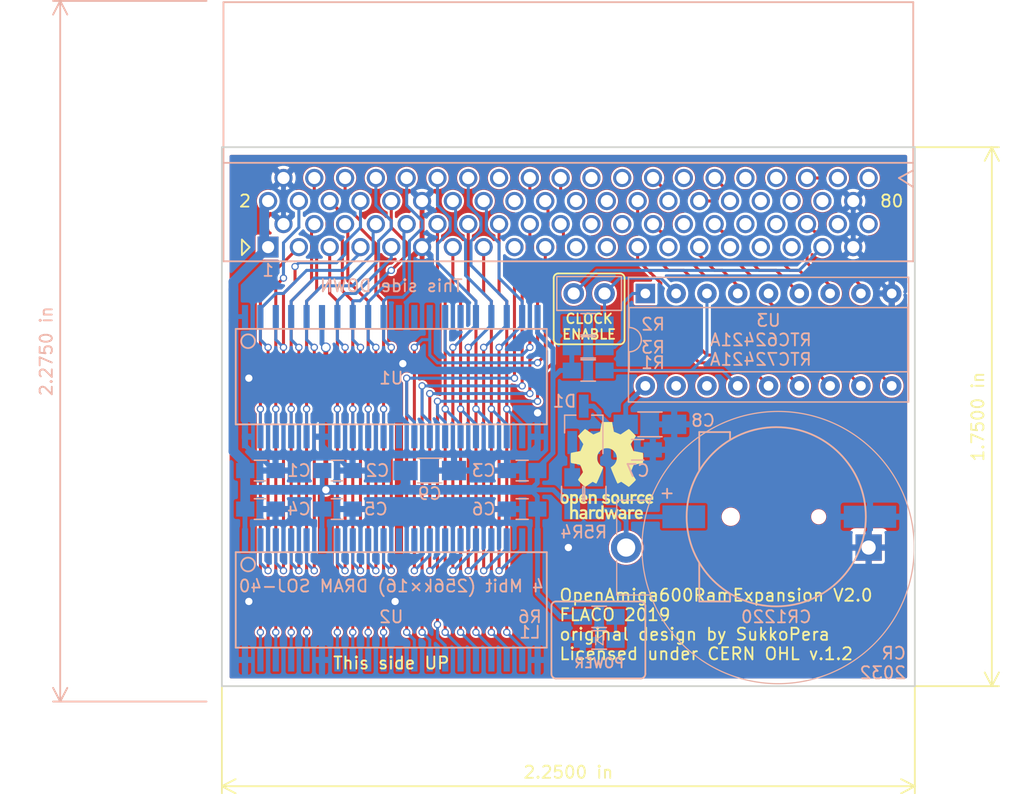
<source format=kicad_pcb>
(kicad_pcb (version 20171130) (host pcbnew 5.1.6-c6e7f7d~86~ubuntu18.04.1)
  (title_block (title OpenAmiga600RamExpansion) (date 2020-05-26) (rev 2.1) (company "FLACO 2019, from original design by SukkoPera") (comment 1 "Licensed under CERN OHL v.1.2"))
  (layers (0 F.Cu signal) (31 B.Cu signal) (36 B.SilkS user) (37 F.SilkS user) (38 B.Mask user) (39 F.Mask user) (44 Edge.Cuts user))
  (net 0 "")
  (net 1 VCC)
  (net 2 GND)
  (net 3 /rtc_wr)
  (net 4 /rtc_a3)
  (net 5 /rtc_a1)
  (net 6 /rtc_d3)
  (net 7 /rtc_d1)
  (net 8 /rtc_d2)
  (net 9 /rtc_a2)
  (net 10 /rtc_rd)
  (net 11 /rtc_d0)
  (net 12 /rtc_a0)
  (net 13 /rtc_cs)
  (net 14 /a5)
  (net 15 /a7)
  (net 16 /d4)
  (net 17 /d0)
  (net 18 /d11)
  (net 19 /d15)
  (net 20 /a4)
  (net 21 /a6)
  (net 22 /a8)
  (net 23 /d6)
  (net 24 /d2)
  (net 25 /d9)
  (net 26 /d13)
  (net 27 /d14)
  (net 28 /d12)
  (net 29 /d10)
  (net 30 /d8)
  (net 31 /d1)
  (net 32 /d3)
  (net 33 /d5)
  (net 34 /d7)
  (net 35 /a0)
  (net 36 /a1)
  (net 37 /a2)
  (net 38 /a3)
  (net 39 "Net-(D1-Pad1)")
  (net 40 "Net-(D1-Pad2)")
  (net 41 "Net-(J1-Pad1)")
  (net 42 "Net-(R3-Pad2)")
  (net 43 VDD)
  (net 44 "Net-(BT1-Pad1)")
  (net 45 "Net-(R1-Pad2)")
  (net 46 "Net-(L1-Pad2)")
  (net 47 /CASL1)
  (net 48 /RAS1)
  (net 49 /CASU1)
  (net 50 /RAS0)
  (net 51 /OE)
  (net 52 /WE)
  (module sassa:Battery_Holder_Coin_1220_BS-1220-1 (layer B.Cu) (at 82.55 103.505 180)
    (fp_text reference BT2)
    (fp_text value CR1220 (at 0 -8.255) (layer B.SilkS) (effects (justify mirror)))
    (fp_text user + (at 9 2) (layer B.SilkS) (effects (justify mirror)))
    (pad 2 smd rect (at -7.73 0 180) (size 4.32 1.82) (layers B.Cu B.Paste B.Mask) (net 2 GND))
    (pad 1 smd rect (at 7.63 0 180) (size 3.52 1.87) (layers B.Cu B.Paste B.Mask) (net 44 "Net-(BT1-Pad1)"))
    (pad "" np_thru_hole circle (at -3.5 0 180) (size 0.9 0.9) (drill 0.9) (layers *.Cu))
    (pad "" np_thru_hole circle (at 3.75 0 180) (size 1.16 1.16) (drill 1.16) (layers *.Cu))
  )
  (module OpenAmiga600RamExpansion:Battery_Holder_Coin_2032_BS-7 (layer B.Cu) (at 90.17 106.045 180)
    (fp_text reference BT1 hide)
    (fp_text value CR2032)
    (pad 2 thru_hole rect (at 0 0 180) (size 2.17 2.17) (drill 1.17) (layers *.Cu *.Mask) (net 2 GND))
    (pad 1 thru_hole circle (at 20 0 180) (size 2.5 2.5) (drill 1.5) (layers *.Cu *.Mask) (net 44 "Net-(BT1-Pad1)"))
  )
  (module sassa:4UCON_10156_90deg_A600 (layer B.Cu) (at 90.17 75.565 180)
    (fp_text reference CONN1 hide)
    (fp_text value A600_TRAPDOOR)
    (pad 1 thru_hole rect (at 49.53 -5.7 180) (size 1.7272 1.7272) (drill 1) (layers *.Cu *.Mask) (net 1 VCC))
    (pad 3 thru_hole circle (at 48.26 -3.8 180) (size 1.5 1.5) (drill 1) (layers *.Cu *.Mask) (net 2 GND))
    (pad 5 thru_hole circle (at 46.99 -5.7 180) (size 1.5 1.5) (drill 1) (layers *.Cu *.Mask) (net 19 /d15))
    (pad 7 thru_hole circle (at 45.72 -3.8 180) (size 1.5 1.5) (drill 1) (layers *.Cu *.Mask) (net 26 /d13))
    (pad 9 thru_hole circle (at 44.45 -5.7 180) (size 1.5 1.5) (drill 1) (layers *.Cu *.Mask) (net 18 /d11))
    (pad 11 thru_hole circle (at 43.18 -3.8 180) (size 1.5 1.5) (drill 1) (layers *.Cu *.Mask) (net 25 /d9))
    (pad 13 thru_hole circle (at 41.91 -5.7 180) (size 1.5 1.5) (drill 1) (layers *.Cu *.Mask) (net 17 /d0))
    (pad 15 thru_hole circle (at 40.64 -3.8 180) (size 1.5 1.5) (drill 1) (layers *.Cu *.Mask) (net 24 /d2))
    (pad 17 thru_hole circle (at 39.37 -5.7 180) (size 1.5 1.5) (drill 1) (layers *.Cu *.Mask) (net 16 /d4))
    (pad 19 thru_hole circle (at 38.1 -3.8 180) (size 1.5 1.5) (drill 1) (layers *.Cu *.Mask) (net 23 /d6))
    (pad 21 thru_hole circle (at 36.83 -5.7 180) (size 1.5 1.5) (drill 1) (layers *.Cu *.Mask) (net 2 GND))
    (pad 23 thru_hole circle (at 35.56 -3.8 180) (size 1.5 1.5) (drill 1) (layers *.Cu *.Mask) (net 22 /a8))
    (pad 25 thru_hole circle (at 34.29 -5.7 180) (size 1.5 1.5) (drill 1) (layers *.Cu *.Mask) (net 15 /a7))
    (pad 27 thru_hole circle (at 33.02 -3.8 180) (size 1.5 1.5) (drill 1) (layers *.Cu *.Mask) (net 21 /a6))
    (pad 29 thru_hole circle (at 31.75 -5.7 180) (size 1.5 1.5) (drill 1) (layers *.Cu *.Mask) (net 14 /a5))
    (pad 31 thru_hole circle (at 30.48 -3.8 180) (size 1.5 1.5) (drill 1) (layers *.Cu *.Mask) (net 20 /a4))
    (pad 33 thru_hole circle (at 29.21 -5.7 180) (size 1.5 1.5) (drill 1) (layers *.Cu *.Mask))
    (pad 35 thru_hole circle (at 27.94 -3.8 180) (size 1.5 1.5) (drill 1) (layers *.Cu *.Mask) (net 47 /CASL1))
    (pad 38 thru_hole circle (at 26.67 -1.9 180) (size 1.5 1.5) (drill 1) (layers *.Cu *.Mask) (net 48 /RAS1))
    (pad 34 thru_hole circle (at 29.21 -1.9 180) (size 1.5 1.5) (drill 1) (layers *.Cu *.Mask))
    (pad 30 thru_hole circle (at 31.75 -1.9 180) (size 1.5 1.5) (drill 1) (layers *.Cu *.Mask) (net 38 /a3))
    (pad 26 thru_hole circle (at 34.29 -1.9 180) (size 1.5 1.5) (drill 1) (layers *.Cu *.Mask) (net 36 /a1))
    (pad 22 thru_hole circle (at 36.83 -1.9 180) (size 1.5 1.5) (drill 1) (layers *.Cu *.Mask) (net 2 GND))
    (pad 18 thru_hole circle (at 39.37 -1.9 180) (size 1.5 1.5) (drill 1) (layers *.Cu *.Mask) (net 33 /d5))
    (pad 14 thru_hole circle (at 41.91 -1.9 180) (size 1.5 1.5) (drill 1) (layers *.Cu *.Mask) (net 31 /d1))
    (pad 10 thru_hole circle (at 44.45 -1.9 180) (size 1.5 1.5) (drill 1) (layers *.Cu *.Mask) (net 29 /d10))
    (pad 6 thru_hole circle (at 46.99 -1.9 180) (size 1.5 1.5) (drill 1) (layers *.Cu *.Mask) (net 27 /d14))
    (pad 2 thru_hole circle (at 49.53 -1.9 180) (size 1.5 1.5) (drill 1) (layers *.Cu *.Mask) (net 1 VCC))
    (pad 36 thru_hole circle (at 27.94 0 180) (size 1.5 1.5) (drill 1) (layers *.Cu *.Mask) (net 49 /CASU1))
    (pad 32 thru_hole circle (at 30.48 0 180) (size 1.5 1.5) (drill 1) (layers *.Cu *.Mask))
    (pad 28 thru_hole circle (at 33.02 0 180) (size 1.5 1.5) (drill 1) (layers *.Cu *.Mask) (net 37 /a2))
    (pad 24 thru_hole circle (at 35.56 0 180) (size 1.5 1.5) (drill 1) (layers *.Cu *.Mask) (net 35 /a0))
    (pad 20 thru_hole circle (at 38.1 0 180) (size 1.5 1.5) (drill 1) (layers *.Cu *.Mask) (net 34 /d7))
    (pad 16 thru_hole circle (at 40.64 0 180) (size 1.5 1.5) (drill 1) (layers *.Cu *.Mask) (net 32 /d3))
    (pad 12 thru_hole circle (at 43.18 0 180) (size 1.5 1.5) (drill 1) (layers *.Cu *.Mask) (net 30 /d8))
    (pad 8 thru_hole circle (at 45.72 0 180) (size 1.5 1.5) (drill 1) (layers *.Cu *.Mask) (net 28 /d12))
    (pad 4 thru_hole circle (at 48.26 0 180) (size 1.5 1.5) (drill 1) (layers *.Cu *.Mask) (net 2 GND))
    (pad 37 thru_hole circle (at 26.67 -5.7 180) (size 1.5 1.5) (drill 1) (layers *.Cu *.Mask) (net 50 /RAS0))
    (pad 77 thru_hole circle (at 1.27 -5.7 180) (size 1.5 1.5) (drill 1) (layers *.Cu *.Mask) (net 2 GND))
    (pad 79 thru_hole circle (at 0 -3.8 180) (size 1.5 1.5) (drill 1) (layers *.Cu *.Mask))
    (pad 40 thru_hole circle (at 25.4 0 180) (size 1.5 1.5) (drill 1) (layers *.Cu *.Mask) (net 51 /OE))
    (pad 44 thru_hole circle (at 22.86 0 180) (size 1.5 1.5) (drill 1) (layers *.Cu *.Mask))
    (pad 48 thru_hole circle (at 20.32 0 180) (size 1.5 1.5) (drill 1) (layers *.Cu *.Mask))
    (pad 52 thru_hole circle (at 17.78 0 180) (size 1.5 1.5) (drill 1) (layers *.Cu *.Mask) (net 6 /rtc_d3))
    (pad 56 thru_hole circle (at 15.24 0 180) (size 1.5 1.5) (drill 1) (layers *.Cu *.Mask))
    (pad 60 thru_hole circle (at 12.7 0 180) (size 1.5 1.5) (drill 1) (layers *.Cu *.Mask) (net 4 /rtc_a3))
    (pad 64 thru_hole circle (at 10.16 0 180) (size 1.5 1.5) (drill 1) (layers *.Cu *.Mask))
    (pad 68 thru_hole circle (at 7.62 0 180) (size 1.5 1.5) (drill 1.0161) (layers *.Cu *.Mask))
    (pad 72 thru_hole circle (at 5.08 0 180) (size 1.5 1.5) (drill 1) (layers *.Cu *.Mask) (net 3 /rtc_wr))
    (pad 76 thru_hole circle (at 2.54 0 180) (size 1.5 1.5) (drill 1) (layers *.Cu *.Mask))
    (pad 42 thru_hole circle (at 24.13 -1.9 180) (size 1.5 1.5) (drill 1) (layers *.Cu *.Mask))
    (pad 46 thru_hole circle (at 21.59 -1.9 180) (size 1.5 1.5) (drill 1) (layers *.Cu *.Mask))
    (pad 50 thru_hole circle (at 19.05 -1.9 180) (size 1.5 1.5) (drill 1) (layers *.Cu *.Mask) (net 7 /rtc_d1))
    (pad 54 thru_hole circle (at 16.51 -1.9 180) (size 1.5 1.5) (drill 1) (layers *.Cu *.Mask))
    (pad 58 thru_hole circle (at 13.97 -1.9 180) (size 1.5 1.5) (drill 1) (layers *.Cu *.Mask) (net 5 /rtc_a1))
    (pad 62 thru_hole circle (at 11.43 -1.9 180) (size 1.5 1.5) (drill 1) (layers *.Cu *.Mask))
    (pad 66 thru_hole circle (at 8.89 -1.9 180) (size 1.5 1.5) (drill 1) (layers *.Cu *.Mask))
    (pad 70 thru_hole circle (at 6.35 -1.9 180) (size 1.5 1.5) (drill 1) (layers *.Cu *.Mask))
    (pad 74 thru_hole circle (at 3.81 -1.9 180) (size 1.5 1.5) (drill 1) (layers *.Cu *.Mask))
    (pad 78 thru_hole circle (at 1.27 -1.9 180) (size 1.5 1.5) (drill 1) (layers *.Cu *.Mask) (net 2 GND))
    (pad 80 thru_hole circle (at 0 0 180) (size 1.5 1.5) (drill 1.016) (layers *.Cu *.Mask))
    (pad 75 thru_hole circle (at 2.54 -3.8 180) (size 1.5 1.5) (drill 1) (layers *.Cu *.Mask))
    (pad 73 thru_hole circle (at 3.81 -5.7 180) (size 1.5 1.5) (drill 1) (layers *.Cu *.Mask) (net 13 /rtc_cs))
    (pad 71 thru_hole circle (at 5.08 -3.8 180) (size 1.5 1.5) (drill 1) (layers *.Cu *.Mask) (net 10 /rtc_rd))
    (pad 69 thru_hole circle (at 6.35 -5.7 180) (size 1.5 1.5) (drill 1) (layers *.Cu *.Mask))
    (pad 67 thru_hole circle (at 7.62 -3.8 180) (size 1.5 1.5) (drill 1) (layers *.Cu *.Mask))
    (pad 65 thru_hole circle (at 8.89 -5.7 180) (size 1.5 1.5) (drill 1) (layers *.Cu *.Mask))
    (pad 63 thru_hole circle (at 10.16 -3.8 180) (size 1.5 1.5) (drill 1) (layers *.Cu *.Mask))
    (pad 61 thru_hole circle (at 11.43 -5.7 180) (size 1.5 1.5) (drill 1) (layers *.Cu *.Mask))
    (pad 59 thru_hole circle (at 12.7 -3.8 180) (size 1.5 1.5) (drill 1) (layers *.Cu *.Mask) (net 9 /rtc_a2))
    (pad 57 thru_hole circle (at 13.97 -5.7 180) (size 1.5 1.5) (drill 1) (layers *.Cu *.Mask) (net 12 /rtc_a0))
    (pad 55 thru_hole circle (at 15.24 -3.8 180) (size 1.5 1.5) (drill 1) (layers *.Cu *.Mask))
    (pad 53 thru_hole circle (at 16.51 -5.7 180) (size 1.5 1.5) (drill 1) (layers *.Cu *.Mask))
    (pad 51 thru_hole circle (at 17.78 -3.8 180) (size 1.5 1.5) (drill 1) (layers *.Cu *.Mask) (net 8 /rtc_d2))
    (pad 49 thru_hole circle (at 19.05 -5.7 180) (size 1.5 1.5) (drill 1) (layers *.Cu *.Mask) (net 11 /rtc_d0))
    (pad 47 thru_hole circle (at 20.32 -3.8 180) (size 1.5 1.5) (drill 1) (layers *.Cu *.Mask))
    (pad 45 thru_hole circle (at 21.59 -5.7 180) (size 1.5 1.5) (drill 1) (layers *.Cu *.Mask))
    (pad 43 thru_hole circle (at 22.86 -3.8 180) (size 1.5 1.5) (drill 1) (layers *.Cu *.Mask))
    (pad 41 thru_hole circle (at 24.13 -5.7 180) (size 1.5 1.5) (drill 1) (layers *.Cu *.Mask))
    (pad 39 thru_hole circle (at 25.4 -3.8 180) (size 1.5 1.5) (drill 1) (layers *.Cu *.Mask) (net 52 /WE))
  )
  (module TO_SOT_Packages_SMD:SOT-23_Handsoldering (layer B.Cu) (at 66.675 95.885 90)
    (fp_text reference D1 (at 1.905 -1.5875 180) (layer B.SilkS) (effects (justify mirror)))
    (fp_text value BAT54C)
    (pad 3 smd rect (at 1.5 0 90) (size 1.9 0.8) (layers B.Cu B.Mask) (net 43 VDD))
    (pad 2 smd rect (at -1.5 -0.95 90) (size 1.9 0.8) (layers B.Cu B.Mask) (net 40 "Net-(D1-Pad2)"))
    (pad 1 smd rect (at -1.5 0.95 90) (size 1.9 0.8) (layers B.Cu B.Mask) (net 39 "Net-(D1-Pad1)"))
  )
  (module Housings_DIP:DIP-18_W7.62mm_Socket (layer B.Cu) (at 71.755 85.09 270)
    (fp_text reference U3 (at 2.2225 -10.16 180) (layer B.SilkS) (effects (justify mirror)))
    (fp_text value MSM6242B)
    (pad 18 thru_hole oval (at 7.62 0 270) (size 1.6 1.6) (drill 0.8) (layers *.Cu *.Mask) (net 43 VDD))
    (pad 9 thru_hole oval (at 0 -20.32 270) (size 1.6 1.6) (drill 0.8) (layers *.Cu *.Mask) (net 2 GND))
    (pad 17 thru_hole oval (at 7.62 -2.54 270) (size 1.6 1.6) (drill 0.8) (layers *.Cu *.Mask))
    (pad 8 thru_hole oval (at 0 -17.78 270) (size 1.6 1.6) (drill 0.8) (layers *.Cu *.Mask) (net 10 /rtc_rd))
    (pad 16 thru_hole oval (at 7.62 -5.08 270) (size 1.6 1.6) (drill 0.8) (layers *.Cu *.Mask))
    (pad 7 thru_hole oval (at 0 -15.24 270) (size 1.6 1.6) (drill 0.8) (layers *.Cu *.Mask) (net 4 /rtc_a3))
    (pad 15 thru_hole oval (at 7.62 -7.62 270) (size 1.6 1.6) (drill 0.8) (layers *.Cu *.Mask) (net 45 "Net-(R1-Pad2)"))
    (pad 6 thru_hole oval (at 0 -12.7 270) (size 1.6 1.6) (drill 0.8) (layers *.Cu *.Mask) (net 9 /rtc_a2))
    (pad 14 thru_hole oval (at 7.62 -10.16 270) (size 1.6 1.6) (drill 0.8) (layers *.Cu *.Mask) (net 11 /rtc_d0))
    (pad 5 thru_hole oval (at 0 -10.16 270) (size 1.6 1.6) (drill 0.8) (layers *.Cu *.Mask) (net 5 /rtc_a1))
    (pad 13 thru_hole oval (at 7.62 -12.7 270) (size 1.6 1.6) (drill 0.8) (layers *.Cu *.Mask) (net 7 /rtc_d1))
    (pad 4 thru_hole oval (at 0 -7.62 270) (size 1.6 1.6) (drill 0.8) (layers *.Cu *.Mask) (net 12 /rtc_a0))
    (pad 12 thru_hole oval (at 7.62 -15.24 270) (size 1.6 1.6) (drill 0.8) (layers *.Cu *.Mask) (net 8 /rtc_d2))
    (pad 3 thru_hole oval (at 0 -5.08 270) (size 1.6 1.6) (drill 0.8) (layers *.Cu *.Mask) (net 45 "Net-(R1-Pad2)"))
    (pad 11 thru_hole oval (at 7.62 -17.78 270) (size 1.6 1.6) (drill 0.8) (layers *.Cu *.Mask) (net 6 /rtc_d3))
    (pad 2 thru_hole oval (at 0 -2.54 270) (size 1.6 1.6) (drill 0.8) (layers *.Cu *.Mask) (net 41 "Net-(J1-Pad1)"))
    (pad 10 thru_hole oval (at 7.62 -20.32 270) (size 1.6 1.6) (drill 0.8) (layers *.Cu *.Mask) (net 3 /rtc_wr))
    (pad 1 thru_hole rect (at 0 0 270) (size 1.6 1.6) (drill 0.8) (layers *.Cu *.Mask) (net 42 "Net-(R3-Pad2)"))
  )
  (module sassa:SOJ-40-longpads (layer B.Cu) (at 50.8 92.075)
    (fp_text reference U1 (at 0 0) (layer B.SilkS) (effects (justify mirror)))
    (fp_text value NEC_424260)
    (pad 40 smd rect (at -12.065 4.826) (size 0.508 1.905) (layers B.Cu B.Paste B.Mask) (net 2 GND))
    (pad 39 smd rect (at -10.795 4.826) (size 0.508 1.905) (layers B.Cu B.Paste B.Mask) (net 19 /d15))
    (pad 38 smd rect (at -9.525 4.826) (size 0.508 1.905) (layers B.Cu B.Paste B.Mask) (net 27 /d14))
    (pad 37 smd rect (at -8.255 4.826) (size 0.508 1.905) (layers B.Cu B.Paste B.Mask) (net 26 /d13))
    (pad 36 smd rect (at -6.985 4.826) (size 0.508 1.905) (layers B.Cu B.Paste B.Mask) (net 28 /d12))
    (pad 35 smd rect (at -5.715 4.826) (size 0.508 1.905) (layers B.Cu B.Paste B.Mask) (net 2 GND))
    (pad 34 smd rect (at -4.445 4.826) (size 0.508 1.905) (layers B.Cu B.Paste B.Mask) (net 18 /d11))
    (pad 33 smd rect (at -3.175 4.826) (size 0.508 1.905) (layers B.Cu B.Paste B.Mask) (net 29 /d10))
    (pad 32 smd rect (at -1.905 4.826) (size 0.508 1.905) (layers B.Cu B.Paste B.Mask) (net 25 /d9))
    (pad 31 smd rect (at -0.635 4.826) (size 0.508 1.905) (layers B.Cu B.Paste B.Mask) (net 30 /d8))
    (pad 30 smd rect (at 0.635 4.826) (size 0.508 1.905) (layers B.Cu B.Paste B.Mask))
    (pad 29 smd rect (at 1.905 4.826) (size 0.508 1.905) (layers B.Cu B.Paste B.Mask) (net 49 /CASU1))
    (pad 28 smd rect (at 3.175 4.826) (size 0.508 1.905) (layers B.Cu B.Paste B.Mask) (net 47 /CASL1))
    (pad 27 smd rect (at 4.445 4.826) (size 0.508 1.905) (layers B.Cu B.Paste B.Mask) (net 51 /OE))
    (pad 26 smd rect (at 5.715 4.826) (size 0.508 1.905) (layers B.Cu B.Paste B.Mask) (net 22 /a8))
    (pad 25 smd rect (at 6.985 4.826) (size 0.508 1.905) (layers B.Cu B.Paste B.Mask) (net 15 /a7))
    (pad 24 smd rect (at 8.255 4.826) (size 0.508 1.905) (layers B.Cu B.Paste B.Mask) (net 21 /a6))
    (pad 23 smd rect (at 9.525 4.826) (size 0.508 1.905) (layers B.Cu B.Paste B.Mask) (net 14 /a5))
    (pad 22 smd rect (at 10.795 4.826) (size 0.508 1.905) (layers B.Cu B.Paste B.Mask) (net 20 /a4))
    (pad 21 smd rect (at 12.065 4.826) (size 0.508 1.905) (layers B.Cu B.Paste B.Mask) (net 2 GND))
    (pad 20 smd rect (at 12.065 -5.08) (size 0.508 1.905) (layers B.Cu B.Paste B.Mask) (net 1 VCC))
    (pad 19 smd rect (at 10.795 -5.08) (size 0.508 1.905) (layers B.Cu B.Paste B.Mask) (net 38 /a3))
    (pad 18 smd rect (at 9.525 -5.08) (size 0.508 1.905) (layers B.Cu B.Paste B.Mask) (net 37 /a2))
    (pad 17 smd rect (at 8.255 -5.08) (size 0.508 1.905) (layers B.Cu B.Paste B.Mask) (net 36 /a1))
    (pad 16 smd rect (at 6.985 -5.08) (size 0.508 1.905) (layers B.Cu B.Paste B.Mask) (net 35 /a0))
    (pad 15 smd rect (at 5.715 -5.08) (size 0.508 1.905) (layers B.Cu B.Paste B.Mask))
    (pad 14 smd rect (at 4.445 -5.08) (size 0.508 1.905) (layers B.Cu B.Paste B.Mask) (net 50 /RAS0))
    (pad 13 smd rect (at 3.175 -5.08) (size 0.508 1.905) (layers B.Cu B.Paste B.Mask) (net 52 /WE))
    (pad 12 smd rect (at 1.905 -5.08) (size 0.508 1.905) (layers B.Cu B.Paste B.Mask))
    (pad 11 smd rect (at 0.635 -5.08) (size 0.508 1.905) (layers B.Cu B.Paste B.Mask))
    (pad 10 smd rect (at -0.635 -5.08) (size 0.508 1.905) (layers B.Cu B.Paste B.Mask) (net 34 /d7))
    (pad 9 smd rect (at -1.905 -5.08) (size 0.508 1.905) (layers B.Cu B.Paste B.Mask) (net 23 /d6))
    (pad 8 smd rect (at -3.175 -5.08) (size 0.508 1.905) (layers B.Cu B.Paste B.Mask) (net 33 /d5))
    (pad 7 smd rect (at -4.445 -5.08) (size 0.508 1.905) (layers B.Cu B.Paste B.Mask) (net 16 /d4))
    (pad 6 smd rect (at -5.715 -5.08) (size 0.508 1.905) (layers B.Cu B.Paste B.Mask) (net 1 VCC))
    (pad 5 smd rect (at -6.985 -5.08) (size 0.508 1.905) (layers B.Cu B.Paste B.Mask) (net 32 /d3))
    (pad 4 smd rect (at -8.255 -5.08) (size 0.508 1.905) (layers B.Cu B.Paste B.Mask) (net 24 /d2))
    (pad 3 smd rect (at -9.525 -5.08) (size 0.508 1.905) (layers B.Cu B.Paste B.Mask) (net 31 /d1))
    (pad 2 smd rect (at -10.795 -5.08) (size 0.508 1.905) (layers B.Cu B.Paste B.Mask) (net 17 /d0))
    (pad 1 smd rect (at -12.065 -5.08) (size 0.508 1.905) (layers B.Cu B.Paste B.Mask) (net 1 VCC))
  )
  (module OpenAmiga600RamExpansion:LED_0805_HandSoldering_ModSilkS (layer B.Cu) (at 67.945 113.665)
    (fp_text reference L1 (at -5.715 -0.635) (layer B.SilkS) (effects (justify mirror)))
    (fp_text value LED)
    (pad 1 smd rect (at -1.35 0) (size 1.5 1.3) (layers B.Cu B.Mask) (net 2 GND))
    (pad 2 smd rect (at 1.35 0) (size 1.5 1.3) (layers B.Cu B.Mask) (net 46 "Net-(L1-Pad2)"))
  )
  (module Resistors_SMD:R_0805_HandSoldering (layer B.Cu) (at 67.945 111.76 180)
    (fp_text reference R6 (at 5.715 0) (layer B.SilkS) (effects (justify mirror)))
    (fp_text value 1K)
    (pad 2 smd rect (at 1.35 0 180) (size 1.5 1.3) (layers B.Cu B.Paste B.Mask) (net 1 VCC))
    (pad 1 smd rect (at -1.35 0 180) (size 1.5 1.3) (layers B.Cu B.Paste B.Mask) (net 46 "Net-(L1-Pad2)"))
  )
  (module Capacitors_SMD:C_0805_HandSoldering (layer B.Cu) (at 40.005 99.695)
    (fp_text reference C1 (at 3.175 0) (layer B.SilkS) (effects (justify mirror)))
    (fp_text value 100n)
    (pad 1 smd rect (at -1.25 0) (size 1.5 1.25) (layers B.Cu B.Mask) (net 1 VCC))
    (pad 2 smd rect (at 1.25 0) (size 1.5 1.25) (layers B.Cu B.Mask) (net 2 GND))
  )
  (module Capacitors_SMD:C_0805_HandSoldering (layer B.Cu) (at 46.355 99.695)
    (fp_text reference C2 (at 3.302 0) (layer B.SilkS) (effects (justify mirror)))
    (fp_text value 100n)
    (pad 1 smd rect (at -1.25 0) (size 1.5 1.25) (layers B.Cu B.Mask) (net 1 VCC))
    (pad 2 smd rect (at 1.25 0) (size 1.5 1.25) (layers B.Cu B.Mask) (net 2 GND))
  )
  (module Capacitors_SMD:C_0805_HandSoldering (layer B.Cu) (at 61.595 99.695 180)
    (fp_text reference C3 (at 3.175 0) (layer B.SilkS) (effects (justify mirror)))
    (fp_text value 100n)
    (pad 1 smd rect (at -1.25 0 180) (size 1.5 1.25) (layers B.Cu B.Mask) (net 1 VCC))
    (pad 2 smd rect (at 1.25 0 180) (size 1.5 1.25) (layers B.Cu B.Mask) (net 2 GND))
  )
  (module Capacitors_SMD:C_0805_HandSoldering (layer B.Cu) (at 40.005 102.87)
    (fp_text reference C4 (at 3.175 0) (layer B.SilkS) (effects (justify mirror)))
    (fp_text value 100n)
    (pad 1 smd rect (at -1.25 0) (size 1.5 1.25) (layers B.Cu B.Mask) (net 1 VCC))
    (pad 2 smd rect (at 1.25 0) (size 1.5 1.25) (layers B.Cu B.Mask) (net 2 GND))
  )
  (module Capacitors_SMD:C_0805_HandSoldering (layer B.Cu) (at 46.355 102.87)
    (fp_text reference C5 (at 3.175 0) (layer B.SilkS) (effects (justify mirror)))
    (fp_text value 100n)
    (pad 1 smd rect (at -1.25 0) (size 1.5 1.25) (layers B.Cu B.Mask) (net 1 VCC))
    (pad 2 smd rect (at 1.25 0) (size 1.5 1.25) (layers B.Cu B.Mask) (net 2 GND))
  )
  (module Capacitors_SMD:C_0805_HandSoldering (layer B.Cu) (at 61.595 102.87 180)
    (fp_text reference C6 (at 3.175 0) (layer B.SilkS) (effects (justify mirror)))
    (fp_text value 100n)
    (pad 1 smd rect (at -1.25 0 180) (size 1.5 1.25) (layers B.Cu B.Mask) (net 1 VCC))
    (pad 2 smd rect (at 1.25 0 180) (size 1.5 1.25) (layers B.Cu B.Mask) (net 2 GND))
  )
  (module Capacitors_SMD:C_0805_HandSoldering (layer B.Cu) (at 71.12 97.9805)
    (fp_text reference C7 (at 0 1.7145) (layer B.SilkS) (effects (justify mirror)))
    (fp_text value 100n)
    (pad 1 smd rect (at -1.25 0) (size 1.5 1.25) (layers B.Cu B.Mask) (net 43 VDD))
    (pad 2 smd rect (at 1.25 0) (size 1.5 1.25) (layers B.Cu B.Mask) (net 2 GND))
  )
  (module Capacitors_SMD:C_1206_HandSoldering (layer B.Cu) (at 72.136 95.885)
    (fp_text reference C8 (at 4.3815 -0.3175) (layer B.SilkS) (effects (justify mirror)))
    (fp_text value 2.2uF)
    (pad 1 smd rect (at -2 0) (size 2 1.6) (layers B.Cu B.Mask) (net 43 VDD))
    (pad 2 smd rect (at 2 0) (size 2 1.6) (layers B.Cu B.Mask) (net 2 GND))
  )
  (module Resistors_SMD:R_0805_HandSoldering (layer B.Cu) (at 67.0395 87.63)
    (fp_text reference R2 (at 5.3505 0) (layer B.SilkS) (effects (justify mirror)))
    (fp_text value 10k)
    (pad 1 smd rect (at -1.35 0) (size 1.5 1.3) (layers B.Cu B.Mask) (net 1 VCC))
    (pad 2 smd rect (at 1.35 0) (size 1.5 1.3) (layers B.Cu B.Mask) (net 41 "Net-(J1-Pad1)"))
  )
  (module Resistors_SMD:R_0805_HandSoldering (layer B.Cu) (at 67.0395 91.44)
    (fp_text reference R1 (at 5.3505 -0.635) (layer B.SilkS) (effects (justify mirror)))
    (fp_text value 10k)
    (pad 1 smd rect (at -1.35 0) (size 1.5 1.3) (layers B.Cu B.Mask) (net 1 VCC))
    (pad 2 smd rect (at 1.35 0) (size 1.5 1.3) (layers B.Cu B.Mask) (net 45 "Net-(R1-Pad2)"))
  )
  (module Resistors_SMD:R_0805_HandSoldering (layer B.Cu) (at 67.0395 89.535)
    (fp_text reference R3 (at 5.3505 0) (layer B.SilkS) (effects (justify mirror)))
    (fp_text value 10k)
    (pad 1 smd rect (at -1.35 0) (size 1.5 1.3) (layers B.Cu B.Mask) (net 1 VCC))
    (pad 2 smd rect (at 1.35 0) (size 1.5 1.3) (layers B.Cu B.Mask) (net 42 "Net-(R3-Pad2)"))
  )
  (module Resistors_SMD:R_0805_HandSoldering (layer B.Cu) (at 67.6275 101.6 90)
    (fp_text reference R5 (at -3.175 0 180) (layer B.SilkS) (effects (justify mirror)))
    (fp_text value 220)
    (pad 1 smd rect (at -1.35 0 90) (size 1.5 1.3) (layers B.Cu B.Mask) (net 44 "Net-(BT1-Pad1)"))
    (pad 2 smd rect (at 1.35 0 90) (size 1.5 1.3) (layers B.Cu B.Mask) (net 39 "Net-(D1-Pad1)"))
  )
  (module Resistors_SMD:R_0805_HandSoldering (layer B.Cu) (at 65.7225 101.6 90)
    (fp_text reference R4 (at -3.175 0 180) (layer B.SilkS) (effects (justify mirror)))
    (fp_text value 220)
    (pad 1 smd rect (at -1.35 0 90) (size 1.5 1.3) (layers B.Cu B.Mask) (net 1 VCC))
    (pad 2 smd rect (at 1.35 0 90) (size 1.5 1.3) (layers B.Cu B.Mask) (net 40 "Net-(D1-Pad2)"))
  )
  (module OpenAmiga600RamExpansion:Pin_Header_Straight_1x02-ModSilkS (layer B.Cu) (at 68.3895 85.09 90)
    (fp_text reference J1 hide)
    (fp_text value Conn_01x02 hide)
    (pad 1 thru_hole circle (at 0 0 90) (size 1.7 1.7) (drill 1) (layers *.Cu *.Mask) (net 41 "Net-(J1-Pad1)"))
    (pad 2 thru_hole oval (at 0 -2.54 90) (size 1.7 1.7) (drill 1) (layers *.Cu *.Mask) (net 13 /rtc_cs))
  )
  (module Capacitors_SMD:C_1206_HandSoldering (layer B.Cu) (at 53.975 99.695)
    (fp_text reference C9 (at 0 1.905) (layer B.SilkS) (effects (justify mirror)))
    (fp_text value 10uF)
    (pad 2 smd rect (at 2 0) (size 2 1.6) (layers B.Cu B.Paste B.Mask) (net 2 GND))
    (pad 1 smd rect (at -2 0) (size 2 1.6) (layers B.Cu B.Paste B.Mask) (net 1 VCC))
  )
  (module sassa:SOJ-40-longpads (layer B.Cu) (at 50.8 110.49)
    (fp_text reference U2 (at 0 1.27) (layer B.SilkS) (effects (justify mirror)))
    (fp_text value NEC_424260)
    (pad 1 smd rect (at -12.065 -5.08) (size 0.508 1.905) (layers B.Cu B.Paste B.Mask) (net 1 VCC))
    (pad 2 smd rect (at -10.795 -5.08) (size 0.508 1.905) (layers B.Cu B.Paste B.Mask) (net 17 /d0))
    (pad 3 smd rect (at -9.525 -5.08) (size 0.508 1.905) (layers B.Cu B.Paste B.Mask) (net 31 /d1))
    (pad 4 smd rect (at -8.255 -5.08) (size 0.508 1.905) (layers B.Cu B.Paste B.Mask) (net 24 /d2))
    (pad 5 smd rect (at -6.985 -5.08) (size 0.508 1.905) (layers B.Cu B.Paste B.Mask) (net 32 /d3))
    (pad 6 smd rect (at -5.715 -5.08) (size 0.508 1.905) (layers B.Cu B.Paste B.Mask) (net 1 VCC))
    (pad 7 smd rect (at -4.445 -5.08) (size 0.508 1.905) (layers B.Cu B.Paste B.Mask) (net 16 /d4))
    (pad 8 smd rect (at -3.175 -5.08) (size 0.508 1.905) (layers B.Cu B.Paste B.Mask) (net 33 /d5))
    (pad 9 smd rect (at -1.905 -5.08) (size 0.508 1.905) (layers B.Cu B.Paste B.Mask) (net 23 /d6))
    (pad 10 smd rect (at -0.635 -5.08) (size 0.508 1.905) (layers B.Cu B.Paste B.Mask) (net 34 /d7))
    (pad 11 smd rect (at 0.635 -5.08) (size 0.508 1.905) (layers B.Cu B.Paste B.Mask))
    (pad 12 smd rect (at 1.905 -5.08) (size 0.508 1.905) (layers B.Cu B.Paste B.Mask))
    (pad 13 smd rect (at 3.175 -5.08) (size 0.508 1.905) (layers B.Cu B.Paste B.Mask) (net 52 /WE))
    (pad 14 smd rect (at 4.445 -5.08) (size 0.508 1.905) (layers B.Cu B.Paste B.Mask) (net 48 /RAS1))
    (pad 15 smd rect (at 5.715 -5.08) (size 0.508 1.905) (layers B.Cu B.Paste B.Mask))
    (pad 16 smd rect (at 6.985 -5.08) (size 0.508 1.905) (layers B.Cu B.Paste B.Mask) (net 35 /a0))
    (pad 17 smd rect (at 8.255 -5.08) (size 0.508 1.905) (layers B.Cu B.Paste B.Mask) (net 36 /a1))
    (pad 18 smd rect (at 9.525 -5.08) (size 0.508 1.905) (layers B.Cu B.Paste B.Mask) (net 37 /a2))
    (pad 19 smd rect (at 10.795 -5.08) (size 0.508 1.905) (layers B.Cu B.Paste B.Mask) (net 38 /a3))
    (pad 20 smd rect (at 12.065 -5.08) (size 0.508 1.905) (layers B.Cu B.Paste B.Mask) (net 1 VCC))
    (pad 21 smd rect (at 12.065 4.826) (size 0.508 1.905) (layers B.Cu B.Paste B.Mask) (net 2 GND))
    (pad 22 smd rect (at 10.795 4.826) (size 0.508 1.905) (layers B.Cu B.Paste B.Mask) (net 20 /a4))
    (pad 23 smd rect (at 9.525 4.826) (size 0.508 1.905) (layers B.Cu B.Paste B.Mask) (net 14 /a5))
    (pad 24 smd rect (at 8.255 4.826) (size 0.508 1.905) (layers B.Cu B.Paste B.Mask) (net 21 /a6))
    (pad 25 smd rect (at 6.985 4.826) (size 0.508 1.905) (layers B.Cu B.Paste B.Mask) (net 15 /a7))
    (pad 26 smd rect (at 5.715 4.826) (size 0.508 1.905) (layers B.Cu B.Paste B.Mask) (net 22 /a8))
    (pad 27 smd rect (at 4.445 4.826) (size 0.508 1.905) (layers B.Cu B.Paste B.Mask) (net 51 /OE))
    (pad 28 smd rect (at 3.175 4.826) (size 0.508 1.905) (layers B.Cu B.Paste B.Mask) (net 47 /CASL1))
    (pad 29 smd rect (at 1.905 4.826) (size 0.508 1.905) (layers B.Cu B.Paste B.Mask) (net 49 /CASU1))
    (pad 30 smd rect (at 0.635 4.826) (size 0.508 1.905) (layers B.Cu B.Paste B.Mask))
    (pad 31 smd rect (at -0.635 4.826) (size 0.508 1.905) (layers B.Cu B.Paste B.Mask) (net 30 /d8))
    (pad 32 smd rect (at -1.905 4.826) (size 0.508 1.905) (layers B.Cu B.Paste B.Mask) (net 25 /d9))
    (pad 33 smd rect (at -3.175 4.826) (size 0.508 1.905) (layers B.Cu B.Paste B.Mask) (net 29 /d10))
    (pad 34 smd rect (at -4.445 4.826) (size 0.508 1.905) (layers B.Cu B.Paste B.Mask) (net 18 /d11))
    (pad 35 smd rect (at -5.715 4.826) (size 0.508 1.905) (layers B.Cu B.Paste B.Mask) (net 2 GND))
    (pad 36 smd rect (at -6.985 4.826) (size 0.508 1.905) (layers B.Cu B.Paste B.Mask) (net 28 /d12))
    (pad 37 smd rect (at -8.255 4.826) (size 0.508 1.905) (layers B.Cu B.Paste B.Mask) (net 26 /d13))
    (pad 38 smd rect (at -9.525 4.826) (size 0.508 1.905) (layers B.Cu B.Paste B.Mask) (net 27 /d14))
    (pad 39 smd rect (at -10.795 4.826) (size 0.508 1.905) (layers B.Cu B.Paste B.Mask) (net 19 /d15))
    (pad 40 smd rect (at -12.065 4.826) (size 0.508 1.905) (layers B.Cu B.Paste B.Mask) (net 2 GND))
  )
  (module Symbols:OSHW-Logo_7.5x8mm_SilkScreen (layer F.Cu) (at 68.58 99.695)
    (fp_text reference J99 hide)
    (fp_text value OSHW_LOGO hide)
  )
  (gr_text "4 Mbit (256k×16) DRAM SOJ-40" (at 50.8 109.22) (layer B.SilkS) (effects (font (size 1 1)) (justify mirror)))
  (gr_text "RTC62421A\nRTC72421A" (at 81.28 89.7255) (layer B.SilkS) (effects (font (size 1 1)) (justify mirror)))
  (gr_line (start 39.116 81.28) (end 38.481 80.645) (layer F.SilkS) (width 0.15))
  (gr_line (start 38.481 81.915) (end 39.116 81.28) (layer F.SilkS) (width 0.15))
  (gr_line (start 38.481 80.645) (end 38.481 81.915) (layer F.SilkS) (width 0.15))
  (gr_text 80 (at 92.075 77.47) (layer F.SilkS) (effects (font (size 1 1))))
  (gr_text 2 (at 38.735 77.47) (layer F.SilkS) (effects (font (size 1 1))))
  (gr_text 1 (at 40.64 83.185) (layer B.SilkS) (effects (font (size 1 1)) (justify mirror)))
  (gr_text "This side UP" (at 50.8 115.57) (layer F.SilkS) (effects (font (size 1 1))))
  (gr_text "This side DOWN" (at 50.8 84.455) (layer B.SilkS) (effects (font (size 1 1)) (justify mirror)))
  (gr_line (start 64.389 110.49) (end 71.374 110.49) (layer B.SilkS) (width 0.15))
  (gr_line (start 71.755 110.871) (end 71.755 116.459) (layer B.SilkS) (width 0.15))
  (gr_line (start 71.374 116.84) (end 64.389 116.84) (layer B.SilkS) (width 0.15))
  (gr_line (start 64.008 116.459) (end 64.008 110.871) (layer B.SilkS) (width 0.15))
  (gr_arc (start 71.374 110.871) (end 71.374 110.49) (angle 90) (layer B.SilkS) (width 0.15))
  (gr_arc (start 71.374 116.459) (end 71.755 116.459) (angle 90) (layer B.SilkS) (width 0.15))
  (gr_arc (start 64.389 116.459) (end 64.389 116.84) (angle 90) (layer B.SilkS) (width 0.15))
  (gr_arc (start 64.389 110.871) (end 64.008 110.871) (angle 90) (layer B.SilkS) (width 0.15))
  (gr_text POWER (at 67.945 115.57) (layer B.SilkS) (effects (font (size 0.8 0.8)) (justify mirror)))
  (dimension 44.45 (width 0.15) (layer F.SilkS) (gr_text "44,450 mm" (at 101.63 95.25 270) (layer F.SilkS) (effects (font (size 1 1) (thickness 0.15)))) (feature1 (pts (xy 93.98 117.475) (xy 100.916421 117.475))) (feature2 (pts (xy 93.98 73.025) (xy 100.916421 73.025))) (crossbar (pts (xy 100.33 73.025) (xy 100.33 117.475))) (arrow1a (pts (xy 100.33 117.475) (xy 99.743579 116.348496))) (arrow1b (pts (xy 100.33 117.475) (xy 100.916421 116.348496))) (arrow2a (pts (xy 100.33 73.025) (xy 99.743579 74.151504))) (arrow2b (pts (xy 100.33 73.025) (xy 100.916421 74.151504))))
  (dimension 57.15 (width 0.15) (layer F.SilkS) (gr_text "57,150 mm" (at 65.405 127.029999) (layer F.SilkS) (effects (font (size 1 1) (thickness 0.15)))) (feature1 (pts (xy 93.98 117.475) (xy 93.98 126.31642))) (feature2 (pts (xy 36.83 117.475) (xy 36.83 126.31642))) (crossbar (pts (xy 36.83 125.729999) (xy 93.98 125.729999))) (arrow1a (pts (xy 93.98 125.729999) (xy 92.853496 126.31642))) (arrow1b (pts (xy 93.98 125.729999) (xy 92.853496 125.143578))) (arrow2a (pts (xy 36.83 125.729999) (xy 37.956504 126.31642))) (arrow2b (pts (xy 36.83 125.729999) (xy 37.956504 125.143578))))
  (gr_line (start 36.83 117.475) (end 36.83 73.025) (layer Edge.Cuts) (width 0.15))
  (gr_line (start 93.98 117.475) (end 36.83 117.475) (layer Edge.Cuts) (width 0.15))
  (gr_line (start 93.98 73.025) (end 93.98 117.475) (layer Edge.Cuts) (width 0.15))
  (gr_line (start 36.83 73.025) (end 93.98 73.025) (layer Edge.Cuts) (width 0.15))
  (dimension 57.785 (width 0.15) (layer B.SilkS) (gr_text "57,785 mm" (at 22.195 89.8525 270) (layer B.SilkS) (effects (font (size 1 1) (thickness 0.15)))) (feature1 (pts (xy 35.56 118.745) (xy 22.908579 118.745))) (feature2 (pts (xy 35.56 60.96) (xy 22.908579 60.96))) (crossbar (pts (xy 23.495 60.96) (xy 23.495 118.745))) (arrow1a (pts (xy 23.495 118.745) (xy 22.908579 117.618496))) (arrow1b (pts (xy 23.495 118.745) (xy 24.081421 117.618496))) (arrow2a (pts (xy 23.495 60.96) (xy 22.908579 62.086504))) (arrow2b (pts (xy 23.495 60.96) (xy 24.081421 62.086504))))
  (gr_arc (start 64.5795 88.9) (end 64.1985 88.9) (angle -90) (layer F.SilkS) (width 0.15))
  (gr_arc (start 64.5795 83.82) (end 64.5795 83.439) (angle -90) (layer F.SilkS) (width 0.15))
  (gr_arc (start 69.6595 83.82) (end 70.0405 83.82) (angle -90) (layer F.SilkS) (width 0.15))
  (gr_arc (start 69.6595 88.9) (end 69.6595 89.281) (angle -90) (layer F.SilkS) (width 0.15))
  (gr_line (start 64.1985 83.82) (end 64.1985 88.9) (layer F.SilkS) (width 0.15))
  (gr_line (start 69.6595 83.439) (end 64.5795 83.439) (layer F.SilkS) (width 0.15))
  (gr_line (start 70.0405 88.9) (end 70.0405 83.82) (layer F.SilkS) (width 0.15))
  (gr_line (start 64.5795 89.281) (end 69.6595 89.281) (layer F.SilkS) (width 0.15))
  (gr_text "CLOCK\nENABLE" (at 67.1195 87.8205) (layer F.SilkS) (effects (font (size 0.8 0.8))))
  (gr_text "CR\n2032" (at 93.345 115.57) (layer B.SilkS) (effects (font (size 1 1)) (justify left mirror)))
  (gr_text "OpenAmiga600RamExpansion V2.0\nFLACO 2019\noriginal design by SukkoPera\nLicensed under CERN OHL v.1.2" (at 64.5795 112.395) (layer F.SilkS) (effects (font (size 1 1)) (justify left)))
  (segment (start 38.735 102.89) (end 38.755 102.87) (width 0.4) (layer B.Cu) (net 1))
  (segment (start 38.735 105.41) (end 38.735 102.89) (width 0.4) (layer B.Cu) (net 1))
  (segment (start 45.085 102.89) (end 45.105 102.87) (width 0.4) (layer B.Cu) (net 1))
  (segment (start 45.085 105.41) (end 45.085 102.89) (width 0.4) (layer B.Cu) (net 1))
  (segment (start 62.865 102.89) (end 62.845 102.87) (width 0.4) (layer B.Cu) (net 1))
  (segment (start 62.865 105.41) (end 62.865 102.89) (width 0.4) (layer B.Cu) (net 1))
  (segment (start 62.845 100.72) (end 62.845 99.695) (width 0.4) (layer B.Cu) (net 1))
  (segment (start 38.755 102.87) (end 38.735 102.85) (width 0.4) (layer B.Cu) (net 1))
  (segment (start 62.2825 101.2825) (end 62.845 100.72) (width 0.4) (layer B.Cu) (net 1))
  (segment (start 38.755 99.695) (end 38.755 102.87) (width 0.8) (layer B.Cu) (net 1))
  (segment (start 38.755 99.08) (end 38.755 99.695) (width 0.8) (layer B.Cu) (net 1))
  (segment (start 37.7825 98.1075) (end 38.755 99.08) (width 0.8) (layer B.Cu) (net 1))
  (segment (start 62.845 101.845) (end 62.2825 101.2825) (width 0.4) (layer B.Cu) (net 1))
  (segment (start 62.845 102.87) (end 62.845 101.845) (width 0.4) (layer B.Cu) (net 1))
  (segment (start 51.5875 101.2825) (end 51.1175 101.2825) (width 0.8) (layer B.Cu) (net 1))
  (segment (start 51.975 100.895) (end 51.5875 101.2825) (width 0.8) (layer B.Cu) (net 1))
  (segment (start 51.975 99.695) (end 51.975 100.895) (width 0.8) (layer B.Cu) (net 1))
  (segment (start 51.1175 101.2825) (end 62.2825 101.2825) (width 0.8) (layer B.Cu) (net 1))
  (segment (start 45.085 89.2175) (end 45.4025 89.535) (width 0.4) (layer B.Cu) (net 1))
  (segment (start 45.085 86.995) (end 45.085 89.2175) (width 0.4) (layer B.Cu) (net 1))
  (via (at 45.4025 89.535) (size 0.8) (drill 0.6) (layers F.Cu B.Cu) (net 1))
  (segment (start 45.4025 89.535) (end 45.4025 101.2825) (width 0.4) (layer F.Cu) (net 1))
  (via (at 45.4025 101.2825) (size 0.8) (drill 0.6) (layers F.Cu B.Cu) (net 1))
  (segment (start 51.1175 101.2825) (end 45.4025 101.2825) (width 0.8) (layer B.Cu) (net 1))
  (segment (start 37.7825 84.1225) (end 37.7825 84.7725) (width 0.8) (layer B.Cu) (net 1))
  (segment (start 40.64 81.265) (end 37.7825 84.1225) (width 0.8) (layer B.Cu) (net 1))
  (segment (start 64.77 111.76) (end 66.675 111.76) (width 0.4) (layer B.Cu) (net 1))
  (segment (start 62.865 109.855) (end 64.77 111.76) (width 0.4) (layer B.Cu) (net 1))
  (segment (start 62.865 105.41) (end 62.865 109.855) (width 0.4) (layer B.Cu) (net 1))
  (segment (start 62.845 99.5245) (end 62.845 99.695) (width 0.4) (layer B.Cu) (net 1))
  (segment (start 62.865 86.995) (end 62.865 88.3475) (width 0.4) (layer B.Cu) (net 1))
  (segment (start 62.865 88.3475) (end 64.135 89.6175) (width 0.4) (layer B.Cu) (net 1))
  (segment (start 64.135 98.2345) (end 62.845 99.5245) (width 0.4) (layer B.Cu) (net 1))
  (segment (start 45.105 101.58) (end 45.4025 101.2825) (width 0.4) (layer B.Cu) (net 1))
  (segment (start 45.105 102.87) (end 45.105 101.58) (width 0.4) (layer B.Cu) (net 1))
  (segment (start 38.775 101.2825) (end 45.4025 101.2825) (width 0.8) (layer B.Cu) (net 1))
  (segment (start 45.105 100.985) (end 45.4025 101.2825) (width 0.4) (layer B.Cu) (net 1))
  (segment (start 45.105 99.695) (end 45.105 100.985) (width 0.4) (layer B.Cu) (net 1))
  (segment (start 64.135 89.6175) (end 64.135 91.44) (width 0.4) (layer B.Cu) (net 1))
  (segment (start 65.7225 102.85) (end 65.7225 102.95) (width 0.4) (layer B.Cu) (net 1))
  (segment (start 64.155 101.2825) (end 65.7225 102.85) (width 0.4) (layer B.Cu) (net 1))
  (segment (start 62.2825 101.2825) (end 64.155 101.2825) (width 0.4) (layer B.Cu) (net 1))
  (segment (start 65.6895 87.63) (end 65.6895 91.44) (width 0.4) (layer B.Cu) (net 1))
  (segment (start 64.135 92.71) (end 64.135 98.2345) (width 0.4) (layer B.Cu) (net 1))
  (segment (start 64.135 91.44) (end 64.135 92.71) (width 0.4) (layer B.Cu) (net 1))
  (segment (start 40.3225 80.9475) (end 40.64 81.265) (width 0.8) (layer B.Cu) (net 1))
  (segment (start 40.3225 77.7825) (end 40.3225 80.9475) (width 0.8) (layer B.Cu) (net 1))
  (segment (start 40.64 77.465) (end 40.3225 77.7825) (width 0.8) (layer B.Cu) (net 1))
  (segment (start 37.7825 87.2935) (end 37.7825 87.3125) (width 0.4) (layer B.Cu) (net 1))
  (segment (start 38.081 86.995) (end 37.7825 87.2935) (width 0.4) (layer B.Cu) (net 1))
  (segment (start 38.735 86.995) (end 38.081 86.995) (width 0.4) (layer B.Cu) (net 1))
  (segment (start 37.7825 87.3125) (end 37.7825 98.1075) (width 0.8) (layer B.Cu) (net 1))
  (segment (start 37.7825 84.7725) (end 37.7825 87.3125) (width 0.8) (layer B.Cu) (net 1))
  (segment (start 64.135 92.035) (end 64.135 92.71) (width 0.4) (layer B.Cu) (net 1))
  (segment (start 64.73 91.44) (end 64.135 92.035) (width 0.4) (layer B.Cu) (net 1))
  (segment (start 65.7225 91.44) (end 64.73 91.44) (width 0.4) (layer B.Cu) (net 1))
  (segment (start 41.91 75.565) (end 41.91 79.365) (width 0.4) (layer B.Cu) (net 2))
  (segment (start 88.9 77.47) (end 88.9 81.27) (width 0.4) (layer B.Cu) (net 2))
  (segment (start 46.455 98.67) (end 47.48 99.695) (width 0.4) (layer B.Cu) (net 2))
  (segment (start 45.085 97.5995) (end 46.1555 98.67) (width 0.4) (layer B.Cu) (net 2))
  (segment (start 47.48 99.695) (end 47.605 99.695) (width 0.4) (layer B.Cu) (net 2))
  (segment (start 46.1555 98.67) (end 46.455 98.67) (width 0.4) (layer B.Cu) (net 2))
  (segment (start 45.085 96.901) (end 45.085 97.5995) (width 0.4) (layer B.Cu) (net 2))
  (segment (start 41.13 99.695) (end 41.255 99.695) (width 0.4) (layer B.Cu) (net 2))
  (segment (start 40.105 98.67) (end 41.13 99.695) (width 0.4) (layer B.Cu) (net 2))
  (segment (start 39.8055 98.67) (end 40.105 98.67) (width 0.4) (layer B.Cu) (net 2))
  (segment (start 38.735 97.5995) (end 39.8055 98.67) (width 0.4) (layer B.Cu) (net 2))
  (segment (start 38.735 96.901) (end 38.735 97.5995) (width 0.4) (layer B.Cu) (net 2))
  (segment (start 62.865 97.5995) (end 62.865 96.901) (width 0.4) (layer B.Cu) (net 2))
  (segment (start 60.7695 99.695) (end 62.865 97.5995) (width 0.4) (layer B.Cu) (net 2))
  (segment (start 60.345 99.695) (end 60.7695 99.695) (width 0.4) (layer B.Cu) (net 2))
  (via (at 39.0525 92.075) (size 0.8) (drill 0.6) (layers F.Cu B.Cu) (net 2))
  (via (at 51.1175 110.49) (size 0.8) (drill 0.6) (layers F.Cu B.Cu) (net 2))
  (via (at 39.0525 110.49) (size 0.8) (drill 0.6) (layers F.Cu B.Cu) (net 2))
  (segment (start 53.34 77.465) (end 53.34 81.265) (width 0.4) (layer F.Cu) (net 2))
  (segment (start 62.865 96.901) (end 62.865 94.9325) (width 0.4) (layer B.Cu) (net 2))
  (via (at 62.865 94.9325) (size 0.8) (drill 0.6) (layers F.Cu B.Cu) (net 2))
  (via (at 65.405 106.045) (size 0.8) (drill 0.6) (layers F.Cu B.Cu) (net 2))
  (via (at 51.7525 90.874311) (size 0.8) (drill 0.6) (layers F.Cu B.Cu) (net 2))
  (segment (start 51.7525 90.308626) (end 51.7525 90.874311) (width 0.4) (layer F.Cu) (net 2))
  (segment (start 51.7525 87.9475) (end 51.7525 90.308626) (width 0.4) (layer F.Cu) (net 2))
  (segment (start 53.34 86.36) (end 51.7525 87.9475) (width 0.4) (layer F.Cu) (net 2))
  (segment (start 53.34 81.265) (end 53.34 86.36) (width 0.4) (layer F.Cu) (net 2))
  (segment (start 90.805 83.82) (end 92.075 85.09) (width 0.4) (layer B.Cu) (net 2))
  (segment (start 90.805 83.17) (end 90.805 83.82) (width 0.4) (layer B.Cu) (net 2))
  (segment (start 88.9 81.265) (end 90.805 83.17) (width 0.4) (layer B.Cu) (net 2))
  (segment (start 90.17 82.893398) (end 90.17 83.185) (width 0.25) (layer F.Cu) (net 3))
  (segment (start 90.17 80.988398) (end 90.17 83.185) (width 0.25) (layer F.Cu) (net 3))
  (segment (start 88.9 79.718398) (end 90.17 80.988398) (width 0.25) (layer F.Cu) (net 3))
  (segment (start 88.9 79.088398) (end 88.9 79.718398) (width 0.25) (layer F.Cu) (net 3))
  (segment (start 85.09 75.565) (end 86.15066 75.565) (width 0.25) (layer F.Cu) (net 3))
  (segment (start 86.15066 75.565) (end 87.63 77.04434) (width 0.25) (layer F.Cu) (net 3))
  (segment (start 87.63 77.818398) (end 88.9 79.088398) (width 0.25) (layer F.Cu) (net 3))
  (segment (start 87.63 77.04434) (end 87.63 77.818398) (width 0.25) (layer F.Cu) (net 3))
  (segment (start 90.805 91.44) (end 92.075 92.71) (width 0.25) (layer F.Cu) (net 3))
  (segment (start 90.805 83.82) (end 90.805 91.44) (width 0.25) (layer F.Cu) (net 3))
  (segment (start 90.17 83.185) (end 90.805 83.82) (width 0.25) (layer F.Cu) (net 3))
  (segment (start 85.09 82.55) (end 86.995 84.455) (width 0.25) (layer F.Cu) (net 4))
  (segment (start 85.09 80.911602) (end 85.09 82.55) (width 0.25) (layer F.Cu) (net 4))
  (segment (start 86.995 84.455) (end 86.995 85.09) (width 0.25) (layer F.Cu) (net 4))
  (segment (start 83.82 79.641602) (end 85.09 80.911602) (width 0.25) (layer F.Cu) (net 4))
  (segment (start 79.508399 76.610001) (end 80.588397 76.610001) (width 0.25) (layer F.Cu) (net 4))
  (segment (start 82.55 77.741602) (end 83.82 79.011602) (width 0.25) (layer F.Cu) (net 4))
  (segment (start 79.213397 76.314999) (end 79.508399 76.610001) (width 0.25) (layer F.Cu) (net 4))
  (segment (start 78.219999 76.314999) (end 79.213397 76.314999) (width 0.25) (layer F.Cu) (net 4))
  (segment (start 80.778399 76.419999) (end 81.781601 76.419999) (width 0.25) (layer F.Cu) (net 4))
  (segment (start 83.82 79.011602) (end 83.82 79.641602) (width 0.25) (layer F.Cu) (net 4))
  (segment (start 77.47 75.565) (end 78.219999 76.314999) (width 0.25) (layer F.Cu) (net 4))
  (segment (start 80.588397 76.610001) (end 80.778399 76.419999) (width 0.25) (layer F.Cu) (net 4))
  (segment (start 81.781601 76.419999) (end 82.55 77.188398) (width 0.25) (layer F.Cu) (net 4))
  (segment (start 82.55 77.188398) (end 82.55 77.741602) (width 0.25) (layer F.Cu) (net 4))
  (segment (start 82.079999 85.889999) (end 81.28 85.09) (width 0.25) (layer F.Cu) (net 5))
  (segment (start 85.09 86.36) (end 82.55 86.36) (width 0.25) (layer F.Cu) (net 5))
  (segment (start 85.725 84.455) (end 85.725 85.725) (width 0.25) (layer F.Cu) (net 5))
  (segment (start 85.725 85.725) (end 85.09 86.36) (width 0.25) (layer F.Cu) (net 5))
  (segment (start 84.455 83.185) (end 85.725 84.455) (width 0.25) (layer F.Cu) (net 5))
  (segment (start 82.55 86.36) (end 82.079999 85.889999) (width 0.25) (layer F.Cu) (net 5))
  (segment (start 83.677801 83.185) (end 84.455 83.185) (width 0.25) (layer F.Cu) (net 5))
  (segment (start 78.305661 78.510001) (end 79.241601 78.510001) (width 0.25) (layer F.Cu) (net 5))
  (segment (start 80.373398 78.105) (end 81.28 79.011602) (width 0.25) (layer F.Cu) (net 5))
  (segment (start 77.26066 77.465) (end 78.305661 78.510001) (width 0.25) (layer F.Cu) (net 5))
  (segment (start 79.241601 78.510001) (end 79.646602 78.105) (width 0.25) (layer F.Cu) (net 5))
  (segment (start 76.2 77.465) (end 77.26066 77.465) (width 0.25) (layer F.Cu) (net 5))
  (segment (start 79.646602 78.105) (end 80.373398 78.105) (width 0.25) (layer F.Cu) (net 5))
  (segment (start 81.28 79.011602) (end 81.28 79.718398) (width 0.25) (layer F.Cu) (net 5))
  (segment (start 82.55 80.988398) (end 82.55 82.057199) (width 0.25) (layer F.Cu) (net 5))
  (segment (start 81.28 79.718398) (end 82.55 80.988398) (width 0.25) (layer F.Cu) (net 5))
  (segment (start 82.55 82.057199) (end 83.677801 83.185) (width 0.25) (layer F.Cu) (net 5))
  (segment (start 73.139999 76.314999) (end 72.39 75.565) (width 0.25) (layer F.Cu) (net 6))
  (segment (start 74.056601 76.314999) (end 73.139999 76.314999) (width 0.25) (layer F.Cu) (net 6))
  (segment (start 74.93 77.188398) (end 74.056601 76.314999) (width 0.25) (layer F.Cu) (net 6))
  (segment (start 76.2 79.011602) (end 74.93 77.741602) (width 0.25) (layer F.Cu) (net 6))
  (segment (start 81.28 88.9) (end 80.645 88.265) (width 0.25) (layer F.Cu) (net 6))
  (segment (start 89.535 92.71) (end 85.725 88.9) (width 0.25) (layer F.Cu) (net 6))
  (segment (start 74.93 77.741602) (end 74.93 77.188398) (width 0.25) (layer F.Cu) (net 6))
  (segment (start 85.725 88.9) (end 81.28 88.9) (width 0.25) (layer F.Cu) (net 6))
  (segment (start 80.645 83.82) (end 79.375 82.55) (width 0.25) (layer F.Cu) (net 6))
  (segment (start 78.105 82.55) (end 77.47 81.915) (width 0.25) (layer F.Cu) (net 6))
  (segment (start 77.47 81.915) (end 77.47 80.988398) (width 0.25) (layer F.Cu) (net 6))
  (segment (start 80.645 88.265) (end 80.645 83.82) (width 0.25) (layer F.Cu) (net 6))
  (segment (start 77.47 80.988398) (end 76.2 79.718398) (width 0.25) (layer F.Cu) (net 6))
  (segment (start 79.375 82.55) (end 78.105 82.55) (width 0.25) (layer F.Cu) (net 6))
  (segment (start 76.2 79.718398) (end 76.2 79.011602) (width 0.25) (layer F.Cu) (net 6))
  (segment (start 71.12 79.641602) (end 71.12 77.465) (width 0.25) (layer F.Cu) (net 7))
  (segment (start 72.39 81.915) (end 72.39 80.911602) (width 0.25) (layer F.Cu) (net 7))
  (segment (start 72.39 80.911602) (end 71.12 79.641602) (width 0.25) (layer F.Cu) (net 7))
  (segment (start 73.66 83.185) (end 72.39 81.915) (width 0.25) (layer F.Cu) (net 7))
  (segment (start 75.565 83.82) (end 74.93 83.185) (width 0.25) (layer F.Cu) (net 7))
  (segment (start 84.455 92.71) (end 81.915 90.17) (width 0.25) (layer F.Cu) (net 7))
  (segment (start 75.565 88.9) (end 75.565 83.82) (width 0.25) (layer F.Cu) (net 7))
  (segment (start 81.915 90.17) (end 76.835 90.17) (width 0.25) (layer F.Cu) (net 7))
  (segment (start 74.93 83.185) (end 73.66 83.185) (width 0.25) (layer F.Cu) (net 7))
  (segment (start 76.835 90.17) (end 75.565 88.9) (width 0.25) (layer F.Cu) (net 7))
  (segment (start 73.035 80.01) (end 72.39 79.365) (width 0.25) (layer F.Cu) (net 8))
  (segment (start 78.105 88.9) (end 78.105 84.455) (width 0.25) (layer F.Cu) (net 8))
  (segment (start 78.74 89.535) (end 78.105 88.9) (width 0.25) (layer F.Cu) (net 8))
  (segment (start 86.995 92.71) (end 83.82 89.535) (width 0.25) (layer F.Cu) (net 8))
  (segment (start 77.47 83.82) (end 76.835 83.82) (width 0.25) (layer F.Cu) (net 8))
  (segment (start 83.82 89.535) (end 78.74 89.535) (width 0.25) (layer F.Cu) (net 8))
  (segment (start 76.835 83.82) (end 74.93 81.915) (width 0.25) (layer F.Cu) (net 8))
  (segment (start 78.105 84.455) (end 77.47 83.82) (width 0.25) (layer F.Cu) (net 8))
  (segment (start 73.951602 80.01) (end 73.035 80.01) (width 0.25) (layer F.Cu) (net 8))
  (segment (start 74.93 81.915) (end 74.93 80.988398) (width 0.25) (layer F.Cu) (net 8))
  (segment (start 74.93 80.988398) (end 73.951602 80.01) (width 0.25) (layer F.Cu) (net 8))
  (segment (start 81.149199 83.185) (end 82.55 83.185) (width 0.25) (layer F.Cu) (net 9))
  (segment (start 80.01 82.045801) (end 81.149199 83.185) (width 0.25) (layer F.Cu) (net 9))
  (segment (start 77.47 79.365) (end 78.115 80.01) (width 0.25) (layer F.Cu) (net 9))
  (segment (start 78.115 80.01) (end 79.031602 80.01) (width 0.25) (layer F.Cu) (net 9))
  (segment (start 80.01 80.988398) (end 80.01 82.045801) (width 0.25) (layer F.Cu) (net 9))
  (segment (start 82.55 83.185) (end 84.455 85.09) (width 0.25) (layer F.Cu) (net 9))
  (segment (start 79.031602 80.01) (end 80.01 80.988398) (width 0.25) (layer F.Cu) (net 9))
  (segment (start 89.535 84.455) (end 89.535 85.09) (width 0.25) (layer F.Cu) (net 10))
  (segment (start 87.63 82.55) (end 89.535 84.455) (width 0.25) (layer F.Cu) (net 10))
  (segment (start 85.09 79.365) (end 85.735 80.01) (width 0.25) (layer F.Cu) (net 10))
  (segment (start 87.63 80.988398) (end 87.63 82.55) (width 0.25) (layer F.Cu) (net 10))
  (segment (start 85.735 80.01) (end 86.651602 80.01) (width 0.25) (layer F.Cu) (net 10))
  (segment (start 86.651602 80.01) (end 87.63 80.988398) (width 0.25) (layer F.Cu) (net 10))
  (segment (start 71.12 82.32566) (end 71.12 81.265) (width 0.25) (layer F.Cu) (net 11))
  (segment (start 72.18467 83.39033) (end 71.12 82.32566) (width 0.25) (layer F.Cu) (net 11))
  (segment (start 72.186332 83.39033) (end 72.18467 83.39033) (width 0.25) (layer F.Cu) (net 11))
  (segment (start 73.025 84.228998) (end 72.186332 83.39033) (width 0.25) (layer F.Cu) (net 11))
  (segment (start 81.915 92.71) (end 80.01 90.805) (width 0.25) (layer F.Cu) (net 11))
  (segment (start 80.01 90.805) (end 76.2 90.805) (width 0.25) (layer F.Cu) (net 11))
  (segment (start 73.025 87.63) (end 73.025 84.228998) (width 0.25) (layer F.Cu) (net 11))
  (segment (start 76.2 90.805) (end 73.025 87.63) (width 0.25) (layer F.Cu) (net 11))
  (segment (start 79.375 84.455) (end 79.375 85.09) (width 0.25) (layer F.Cu) (net 12))
  (segment (start 76.2 81.265) (end 76.2 81.915) (width 0.25) (layer F.Cu) (net 12))
  (segment (start 76.2 81.915) (end 77.47 83.185) (width 0.25) (layer F.Cu) (net 12))
  (segment (start 77.47 83.185) (end 78.105 83.185) (width 0.25) (layer F.Cu) (net 12))
  (segment (start 78.105 83.185) (end 79.375 84.455) (width 0.25) (layer F.Cu) (net 12))
  (segment (start 67.7545 83.185) (end 65.8495 85.09) (width 0.25) (layer B.Cu) (net 13))
  (segment (start 84.44 83.185) (end 67.7545 83.185) (width 0.25) (layer B.Cu) (net 13))
  (segment (start 86.36 81.265) (end 84.44 83.185) (width 0.25) (layer B.Cu) (net 13))
  (via (at 59.055 113.03) (size 0.6) (drill 0.4) (layers F.Cu B.Cu) (net 14))
  (segment (start 60.325 114.3) (end 59.055 113.03) (width 0.25) (layer B.Cu) (net 14))
  (segment (start 60.325 115.316) (end 60.325 114.3) (width 0.25) (layer B.Cu) (net 14))
  (via (at 59.055 94.615) (size 0.6) (drill 0.4) (layers F.Cu B.Cu) (net 14))
  (segment (start 59.055 113.03) (end 59.055 94.615) (width 0.25) (layer F.Cu) (net 14))
  (segment (start 60.325 95.885) (end 59.055 94.615) (width 0.25) (layer B.Cu) (net 14))
  (segment (start 60.325 96.901) (end 60.325 95.885) (width 0.25) (layer B.Cu) (net 14))
  (segment (start 59.055 94.190736) (end 59.055 94.615) (width 0.25) (layer F.Cu) (net 14))
  (segment (start 59.055 85.725) (end 59.055 94.190736) (width 0.25) (layer F.Cu) (net 14))
  (segment (start 58.42 85.09) (end 59.055 85.725) (width 0.25) (layer F.Cu) (net 14))
  (segment (start 58.42 81.265) (end 58.42 85.09) (width 0.25) (layer F.Cu) (net 14))
  (via (at 56.514996 113.03) (size 0.6) (drill 0.4) (layers F.Cu B.Cu) (net 15))
  (segment (start 57.785 114.300004) (end 56.514996 113.03) (width 0.25) (layer B.Cu) (net 15))
  (segment (start 57.785 115.316) (end 57.785 114.300004) (width 0.25) (layer B.Cu) (net 15))
  (segment (start 56.514996 113.03) (end 56.514996 94.615004) (width 0.25) (layer F.Cu) (net 15))
  (via (at 56.515 94.615) (size 0.6) (drill 0.4) (layers F.Cu B.Cu) (net 15))
  (segment (start 56.514996 94.615004) (end 56.515 94.615) (width 0.25) (layer F.Cu) (net 15))
  (segment (start 57.785 95.885) (end 56.515 94.615) (width 0.25) (layer B.Cu) (net 15))
  (segment (start 57.785 96.901) (end 57.785 95.885) (width 0.25) (layer B.Cu) (net 15))
  (segment (start 56.515 85.725) (end 56.515 94.190736) (width 0.25) (layer F.Cu) (net 15))
  (segment (start 56.515 94.190736) (end 56.515 94.615) (width 0.25) (layer F.Cu) (net 15))
  (segment (start 55.88 85.09) (end 56.515 85.725) (width 0.25) (layer F.Cu) (net 15))
  (segment (start 55.88 81.265) (end 55.88 85.09) (width 0.25) (layer F.Cu) (net 15))
  (via (at 46.99 89.535) (size 0.6) (drill 0.4) (layers F.Cu B.Cu) (net 16))
  (segment (start 46.355 88.9) (end 46.99 89.535) (width 0.25) (layer B.Cu) (net 16))
  (segment (start 46.355 86.995) (end 46.355 88.9) (width 0.25) (layer B.Cu) (net 16))
  (segment (start 46.99 89.535) (end 46.99 107.95) (width 0.25) (layer F.Cu) (net 16))
  (segment (start 46.690001 107.650001) (end 46.99 107.95) (width 0.25) (layer B.Cu) (net 16))
  (segment (start 46.355 105.41) (end 46.355 107.315) (width 0.25) (layer B.Cu) (net 16))
  (segment (start 46.355 107.315) (end 46.690001 107.650001) (width 0.25) (layer B.Cu) (net 16))
  (via (at 46.99 107.95) (size 0.6) (drill 0.4) (layers F.Cu B.Cu) (net 16))
  (segment (start 50.8 82.169) (end 50.8 81.265) (width 0.25) (layer B.Cu) (net 16))
  (segment (start 46.355 86.995) (end 46.355 85.725) (width 0.25) (layer B.Cu) (net 16))
  (segment (start 47.879 85.09) (end 50.8 82.169) (width 0.25) (layer B.Cu) (net 16))
  (segment (start 46.355 85.725) (end 46.99 85.09) (width 0.25) (layer B.Cu) (net 16))
  (segment (start 46.99 85.09) (end 47.879 85.09) (width 0.25) (layer B.Cu) (net 16))
  (via (at 40.64 89.535) (size 0.6) (drill 0.4) (layers F.Cu B.Cu) (net 17))
  (segment (start 40.005 88.9) (end 40.64 89.535) (width 0.25) (layer B.Cu) (net 17))
  (segment (start 40.005 86.995) (end 40.005 88.9) (width 0.25) (layer B.Cu) (net 17))
  (via (at 40.64 107.95) (size 0.6) (drill 0.4) (layers F.Cu B.Cu) (net 17))
  (segment (start 40.64 89.535) (end 40.64 107.95) (width 0.25) (layer F.Cu) (net 17))
  (segment (start 40.340001 107.650001) (end 40.64 107.95) (width 0.25) (layer B.Cu) (net 17))
  (segment (start 40.005 105.41) (end 40.005 107.315) (width 0.25) (layer B.Cu) (net 17))
  (segment (start 40.005 107.315) (end 40.340001 107.650001) (width 0.25) (layer B.Cu) (net 17))
  (segment (start 46.7995 83.185) (end 48.26 81.7245) (width 0.25) (layer B.Cu) (net 17))
  (segment (start 40.005 86.995) (end 40.005 86.36) (width 0.25) (layer B.Cu) (net 17))
  (segment (start 48.26 81.7245) (end 48.26 81.265) (width 0.25) (layer B.Cu) (net 17))
  (segment (start 41.275 85.09) (end 41.91 85.09) (width 0.25) (layer B.Cu) (net 17))
  (segment (start 40.005 86.36) (end 41.275 85.09) (width 0.25) (layer B.Cu) (net 17))
  (segment (start 43.815 83.185) (end 46.7995 83.185) (width 0.25) (layer B.Cu) (net 17))
  (segment (start 41.91 85.09) (end 43.815 83.185) (width 0.25) (layer B.Cu) (net 17))
  (via (at 46.355 113.03) (size 0.6) (drill 0.4) (layers F.Cu B.Cu) (net 18))
  (segment (start 46.355 115.316) (end 46.355 113.03) (width 0.25) (layer B.Cu) (net 18))
  (via (at 46.355 94.615) (size 0.6) (drill 0.4) (layers F.Cu B.Cu) (net 18))
  (segment (start 46.355 113.03) (end 46.355 94.615) (width 0.25) (layer F.Cu) (net 18))
  (segment (start 46.355 94.615) (end 46.355 96.901) (width 0.25) (layer B.Cu) (net 18))
  (segment (start 45.72 85.09) (end 45.72 81.265) (width 0.25) (layer F.Cu) (net 18))
  (segment (start 46.355 85.725) (end 45.72 85.09) (width 0.25) (layer F.Cu) (net 18))
  (segment (start 46.355 94.615) (end 46.355 85.725) (width 0.25) (layer F.Cu) (net 18))
  (via (at 40.005 94.615) (size 0.6) (drill 0.4) (layers F.Cu B.Cu) (net 19))
  (segment (start 40.005 96.901) (end 40.005 94.615) (width 0.25) (layer B.Cu) (net 19))
  (via (at 40.005 113.03) (size 0.6) (drill 0.4) (layers F.Cu B.Cu) (net 19))
  (segment (start 40.005 94.615) (end 40.005 113.03) (width 0.25) (layer F.Cu) (net 19))
  (segment (start 40.005 113.03) (end 40.005 115.316) (width 0.25) (layer B.Cu) (net 19))
  (segment (start 40.005 84.44) (end 40.005 85.09) (width 0.25) (layer F.Cu) (net 19))
  (segment (start 43.18 81.265) (end 40.005 84.44) (width 0.25) (layer F.Cu) (net 19))
  (segment (start 40.005 85.09) (end 40.005 84.455) (width 0.25) (layer F.Cu) (net 19))
  (segment (start 40.005 94.615) (end 40.005 85.09) (width 0.25) (layer F.Cu) (net 19))
  (via (at 60.325 94.615) (size 0.6) (drill 0.4) (layers F.Cu B.Cu) (net 20))
  (segment (start 61.595 95.885) (end 60.325 94.615) (width 0.25) (layer B.Cu) (net 20))
  (segment (start 61.595 96.901) (end 61.595 95.885) (width 0.25) (layer B.Cu) (net 20))
  (via (at 60.325 113.03) (size 0.6) (drill 0.4) (layers F.Cu B.Cu) (net 20))
  (segment (start 60.325 94.615) (end 60.325 113.03) (width 0.25) (layer F.Cu) (net 20))
  (segment (start 61.595 114.3) (end 60.325 113.03) (width 0.25) (layer B.Cu) (net 20))
  (segment (start 61.595 115.316) (end 61.595 114.3) (width 0.25) (layer B.Cu) (net 20))
  (segment (start 60.325 94.190736) (end 60.325 94.615) (width 0.25) (layer F.Cu) (net 20))
  (segment (start 59.69 85.09) (end 60.325 85.725) (width 0.25) (layer F.Cu) (net 20))
  (segment (start 60.325 85.725) (end 60.325 94.190736) (width 0.25) (layer F.Cu) (net 20))
  (segment (start 59.69 79.365) (end 59.69 85.09) (width 0.25) (layer F.Cu) (net 20))
  (via (at 57.785 113.03) (size 0.6) (drill 0.4) (layers F.Cu B.Cu) (net 21))
  (segment (start 59.055 114.3) (end 57.785 113.03) (width 0.25) (layer B.Cu) (net 21))
  (segment (start 59.055 115.316) (end 59.055 114.3) (width 0.25) (layer B.Cu) (net 21))
  (segment (start 57.785 113.03) (end 57.785 94.615) (width 0.25) (layer F.Cu) (net 21))
  (via (at 57.785 94.615) (size 0.6) (drill 0.4) (layers F.Cu B.Cu) (net 21))
  (segment (start 57.785 94.190736) (end 57.785 94.615) (width 0.25) (layer F.Cu) (net 21))
  (segment (start 57.785 85.725) (end 57.785 94.190736) (width 0.25) (layer F.Cu) (net 21))
  (segment (start 57.15 85.09) (end 57.785 85.725) (width 0.25) (layer F.Cu) (net 21))
  (segment (start 57.15 79.365) (end 57.15 85.09) (width 0.25) (layer F.Cu) (net 21))
  (segment (start 59.055 95.885) (end 57.785 94.615) (width 0.25) (layer B.Cu) (net 21))
  (segment (start 59.055 96.901) (end 59.055 95.885) (width 0.25) (layer B.Cu) (net 21))
  (via (at 55.245 113.03) (size 0.6) (drill 0.4) (layers F.Cu B.Cu) (net 22))
  (segment (start 56.515 114.3) (end 55.245 113.03) (width 0.25) (layer B.Cu) (net 22))
  (segment (start 56.515 115.316) (end 56.515 114.3) (width 0.25) (layer B.Cu) (net 22))
  (via (at 55.245 94.615) (size 0.6) (drill 0.4) (layers F.Cu B.Cu) (net 22))
  (segment (start 55.245 113.03) (end 55.245 94.615) (width 0.25) (layer F.Cu) (net 22))
  (segment (start 56.515 95.885) (end 55.245 94.615) (width 0.25) (layer B.Cu) (net 22))
  (segment (start 56.515 96.901) (end 56.515 95.885) (width 0.25) (layer B.Cu) (net 22))
  (segment (start 55.245 94.190736) (end 55.245 94.615) (width 0.25) (layer F.Cu) (net 22))
  (segment (start 55.245 85.725) (end 55.245 94.190736) (width 0.25) (layer F.Cu) (net 22))
  (segment (start 54.61 85.09) (end 55.245 85.725) (width 0.25) (layer F.Cu) (net 22))
  (segment (start 54.61 79.365) (end 54.61 85.09) (width 0.25) (layer F.Cu) (net 22))
  (via (at 49.53 89.535) (size 0.6) (drill 0.4) (layers F.Cu B.Cu) (net 23))
  (segment (start 48.895 88.9) (end 49.53 89.535) (width 0.25) (layer B.Cu) (net 23))
  (segment (start 48.895 86.995) (end 48.895 88.9) (width 0.25) (layer B.Cu) (net 23))
  (segment (start 48.895 107.315) (end 49.230001 107.650001) (width 0.25) (layer B.Cu) (net 23))
  (via (at 49.53 107.95) (size 0.6) (drill 0.4) (layers F.Cu B.Cu) (net 23))
  (segment (start 48.895 105.41) (end 48.895 107.315) (width 0.25) (layer B.Cu) (net 23))
  (segment (start 49.53 89.535) (end 49.53 107.95) (width 0.25) (layer F.Cu) (net 23))
  (segment (start 49.230001 107.650001) (end 49.53 107.95) (width 0.25) (layer B.Cu) (net 23))
  (segment (start 48.895 85.7925) (end 48.895 86.995) (width 0.25) (layer B.Cu) (net 23))
  (segment (start 50.2285 84.455) (end 48.895 85.7885) (width 0.25) (layer B.Cu) (net 23))
  (segment (start 48.895 85.7885) (end 48.895 85.7925) (width 0.25) (layer B.Cu) (net 23))
  (segment (start 51.845001 84.044999) (end 51.435 84.455) (width 0.25) (layer B.Cu) (net 23))
  (segment (start 51.845001 79.589999) (end 51.845001 84.044999) (width 0.25) (layer B.Cu) (net 23))
  (segment (start 52.07 79.365) (end 51.845001 79.589999) (width 0.25) (layer B.Cu) (net 23))
  (segment (start 51.435 84.455) (end 50.2285 84.455) (width 0.25) (layer B.Cu) (net 23))
  (via (at 43.18 89.535) (size 0.6) (drill 0.4) (layers F.Cu B.Cu) (net 24))
  (segment (start 42.545 88.9) (end 43.18 89.535) (width 0.25) (layer B.Cu) (net 24))
  (segment (start 42.545 86.995) (end 42.545 88.9) (width 0.25) (layer B.Cu) (net 24))
  (segment (start 42.545 107.315) (end 42.880001 107.650001) (width 0.25) (layer B.Cu) (net 24))
  (segment (start 42.545 105.41) (end 42.545 107.315) (width 0.25) (layer B.Cu) (net 24))
  (segment (start 43.18 89.535) (end 43.18 107.95) (width 0.25) (layer F.Cu) (net 24))
  (via (at 43.18 107.95) (size 0.6) (drill 0.4) (layers F.Cu B.Cu) (net 24))
  (segment (start 42.880001 107.650001) (end 43.18 107.95) (width 0.25) (layer B.Cu) (net 24))
  (segment (start 42.545 85.725) (end 44.45 83.82) (width 0.25) (layer B.Cu) (net 24))
  (segment (start 42.545 86.995) (end 42.545 85.725) (width 0.25) (layer B.Cu) (net 24))
  (segment (start 47.251602 83.82) (end 46.355 83.82) (width 0.25) (layer B.Cu) (net 24))
  (segment (start 49.305001 79.589999) (end 49.305001 81.766601) (width 0.25) (layer B.Cu) (net 24))
  (segment (start 49.53 79.365) (end 49.305001 79.589999) (width 0.25) (layer B.Cu) (net 24))
  (segment (start 49.305001 81.766601) (end 47.251602 83.82) (width 0.25) (layer B.Cu) (net 24))
  (segment (start 44.45 83.82) (end 46.355 83.82) (width 0.25) (layer B.Cu) (net 24))
  (via (at 48.895 113.03) (size 0.6) (drill 0.4) (layers F.Cu B.Cu) (net 25))
  (segment (start 48.895 115.316) (end 48.895 113.03) (width 0.25) (layer B.Cu) (net 25))
  (via (at 48.895 94.615) (size 0.6) (drill 0.4) (layers F.Cu B.Cu) (net 25))
  (segment (start 48.895 113.03) (end 48.895 94.615) (width 0.25) (layer F.Cu) (net 25))
  (segment (start 48.895 94.615) (end 48.895 96.901) (width 0.25) (layer B.Cu) (net 25))
  (segment (start 48.895 85.725) (end 48.895 94.615) (width 0.25) (layer F.Cu) (net 25))
  (segment (start 47.214999 84.044999) (end 48.895 85.725) (width 0.25) (layer F.Cu) (net 25))
  (segment (start 47.214999 79.589999) (end 47.214999 84.044999) (width 0.25) (layer F.Cu) (net 25))
  (segment (start 46.99 79.365) (end 47.214999 79.589999) (width 0.25) (layer F.Cu) (net 25))
  (via (at 42.545 94.615) (size 0.6) (drill 0.4) (layers F.Cu B.Cu) (net 26))
  (segment (start 42.545 96.901) (end 42.545 94.615) (width 0.25) (layer B.Cu) (net 26))
  (via (at 42.545 113.03) (size 0.6) (drill 0.4) (layers F.Cu B.Cu) (net 26))
  (segment (start 42.545 94.615) (end 42.545 113.03) (width 0.25) (layer F.Cu) (net 26))
  (segment (start 42.545 113.03) (end 42.545 115.316) (width 0.25) (layer B.Cu) (net 26))
  (segment (start 42.545 94.190736) (end 42.545 94.615) (width 0.25) (layer F.Cu) (net 26))
  (segment (start 44.45 79.365) (end 44.225001 79.589999) (width 0.25) (layer F.Cu) (net 26))
  (segment (start 44.225001 84.044999) (end 42.545 85.725) (width 0.25) (layer F.Cu) (net 26))
  (segment (start 44.225001 79.589999) (end 44.225001 84.044999) (width 0.25) (layer F.Cu) (net 26))
  (segment (start 42.545 85.725) (end 42.545 94.190736) (width 0.25) (layer F.Cu) (net 26))
  (via (at 41.275 113.03) (size 0.6) (drill 0.4) (layers F.Cu B.Cu) (net 27))
  (segment (start 41.275 115.316) (end 41.275 113.03) (width 0.25) (layer B.Cu) (net 27))
  (via (at 41.275 94.615) (size 0.6) (drill 0.4) (layers F.Cu B.Cu) (net 27))
  (segment (start 41.275 113.03) (end 41.275 94.615) (width 0.25) (layer F.Cu) (net 27))
  (segment (start 41.275 94.615) (end 41.275 96.901) (width 0.25) (layer B.Cu) (net 27))
  (segment (start 41.91 83.395736) (end 41.91 83.82) (width 0.25) (layer B.Cu) (net 27))
  (segment (start 43.18 77.465) (end 43.18 79.641602) (width 0.25) (layer B.Cu) (net 27))
  (segment (start 41.91 80.911602) (end 41.91 83.395736) (width 0.25) (layer B.Cu) (net 27))
  (segment (start 41.610001 84.119999) (end 41.91 83.82) (width 0.25) (layer F.Cu) (net 27))
  (segment (start 41.275 94.615) (end 41.275 84.455) (width 0.25) (layer F.Cu) (net 27))
  (segment (start 41.275 84.455) (end 41.610001 84.119999) (width 0.25) (layer F.Cu) (net 27))
  (via (at 41.91 83.82) (size 0.6) (drill 0.4) (layers F.Cu B.Cu) (net 27))
  (segment (start 43.18 79.641602) (end 41.91 80.911602) (width 0.25) (layer B.Cu) (net 27))
  (via (at 43.815 113.03) (size 0.6) (drill 0.4) (layers F.Cu B.Cu) (net 28))
  (segment (start 43.815 115.316) (end 43.815 113.03) (width 0.25) (layer B.Cu) (net 28))
  (via (at 43.815 94.615) (size 0.6) (drill 0.4) (layers F.Cu B.Cu) (net 28))
  (segment (start 43.815 113.03) (end 43.815 94.615) (width 0.25) (layer F.Cu) (net 28))
  (segment (start 43.815 94.615) (end 43.815 96.901) (width 0.25) (layer B.Cu) (net 28))
  (segment (start 43.815 94.615) (end 43.815 85.725) (width 0.25) (layer F.Cu) (net 28))
  (segment (start 44.45 77.818398) (end 44.45 75.565) (width 0.25) (layer F.Cu) (net 28))
  (segment (start 45.495001 78.863399) (end 44.45 77.818398) (width 0.25) (layer F.Cu) (net 28))
  (segment (start 44.645011 80.793387) (end 45.495001 79.943397) (width 0.25) (layer F.Cu) (net 28))
  (segment (start 45.495001 79.943397) (end 45.495001 78.863399) (width 0.25) (layer F.Cu) (net 28))
  (segment (start 43.815 85.725) (end 44.645011 84.894989) (width 0.25) (layer F.Cu) (net 28))
  (segment (start 44.645011 84.894989) (end 44.645011 80.793387) (width 0.25) (layer F.Cu) (net 28))
  (via (at 47.625 94.615) (size 0.6) (drill 0.4) (layers F.Cu B.Cu) (net 29))
  (segment (start 47.625 96.901) (end 47.625 94.615) (width 0.25) (layer B.Cu) (net 29))
  (via (at 47.625 113.03) (size 0.6) (drill 0.4) (layers F.Cu B.Cu) (net 29))
  (segment (start 47.625 94.615) (end 47.625 113.03) (width 0.25) (layer F.Cu) (net 29))
  (segment (start 47.625 113.03) (end 47.625 115.316) (width 0.25) (layer B.Cu) (net 29))
  (segment (start 47.625 85.725) (end 47.625 94.615) (width 0.25) (layer F.Cu) (net 29))
  (segment (start 46.765001 84.865001) (end 47.625 85.725) (width 0.25) (layer F.Cu) (net 29))
  (segment (start 46.765001 80.686603) (end 46.765001 84.865001) (width 0.25) (layer F.Cu) (net 29))
  (segment (start 45.944999 79.866601) (end 46.765001 80.686603) (width 0.25) (layer F.Cu) (net 29))
  (segment (start 45.72 77.465) (end 46.355 78.1) (width 0.25) (layer F.Cu) (net 29))
  (segment (start 46.355 78.1) (end 46.355 78.453398) (width 0.25) (layer F.Cu) (net 29))
  (segment (start 46.355 78.453398) (end 45.944999 78.863399) (width 0.25) (layer F.Cu) (net 29))
  (segment (start 45.944999 78.863399) (end 45.944999 79.866601) (width 0.25) (layer F.Cu) (net 29))
  (via (at 50.165 94.615) (size 0.6) (drill 0.4) (layers F.Cu B.Cu) (net 30))
  (segment (start 50.165 96.901) (end 50.165 94.615) (width 0.25) (layer B.Cu) (net 30))
  (segment (start 50.165 94.615) (end 50.165 113.03) (width 0.25) (layer F.Cu) (net 30))
  (via (at 50.165 113.03) (size 0.6) (drill 0.4) (layers F.Cu B.Cu) (net 30))
  (segment (start 50.165 113.03) (end 50.165 115.316) (width 0.25) (layer B.Cu) (net 30))
  (segment (start 50.165 94.615) (end 50.165 85.725) (width 0.25) (layer F.Cu) (net 30))
  (segment (start 49.53 80.988398) (end 49.53 85.09) (width 0.25) (layer F.Cu) (net 30))
  (segment (start 48.26 79.088398) (end 48.26 79.718398) (width 0.25) (layer F.Cu) (net 30))
  (segment (start 46.99 75.565) (end 46.99 77.818398) (width 0.25) (layer F.Cu) (net 30))
  (segment (start 48.26 79.718398) (end 49.53 80.988398) (width 0.25) (layer F.Cu) (net 30))
  (segment (start 46.99 77.818398) (end 48.26 79.088398) (width 0.25) (layer F.Cu) (net 30))
  (segment (start 50.165 85.725) (end 49.53 85.09) (width 0.25) (layer F.Cu) (net 30))
  (segment (start 41.275 86.995) (end 41.275 88.9) (width 0.25) (layer B.Cu) (net 31))
  (segment (start 41.275 88.9) (end 41.91 89.535) (width 0.25) (layer B.Cu) (net 31))
  (via (at 41.91 89.535) (size 0.6) (drill 0.4) (layers F.Cu B.Cu) (net 31))
  (segment (start 41.610001 107.650001) (end 41.91 107.95) (width 0.25) (layer B.Cu) (net 31))
  (via (at 41.91 107.95) (size 0.6) (drill 0.4) (layers F.Cu B.Cu) (net 31))
  (segment (start 41.275 107.315) (end 41.610001 107.650001) (width 0.25) (layer B.Cu) (net 31))
  (segment (start 41.275 105.41) (end 41.275 107.315) (width 0.25) (layer B.Cu) (net 31))
  (via (at 42.8625 82.8675) (size 0.6) (drill 0.4) (layers F.Cu B.Cu) (net 31))
  (segment (start 42.8625 84.1375) (end 42.8625 82.8675) (width 0.25) (layer F.Cu) (net 31))
  (segment (start 41.91 85.09) (end 42.8625 84.1375) (width 0.25) (layer F.Cu) (net 31))
  (segment (start 41.91 107.95) (end 41.91 85.09) (width 0.25) (layer F.Cu) (net 31))
  (segment (start 46.99 80.911602) (end 48.26 79.641602) (width 0.25) (layer B.Cu) (net 31))
  (segment (start 42.8625 82.8675) (end 43.18 82.55) (width 0.25) (layer B.Cu) (net 31))
  (segment (start 43.18 82.55) (end 46.2915 82.55) (width 0.25) (layer B.Cu) (net 31))
  (segment (start 46.2915 82.55) (end 46.99 81.8515) (width 0.25) (layer B.Cu) (net 31))
  (segment (start 48.26 79.641602) (end 48.26 77.465) (width 0.25) (layer B.Cu) (net 31))
  (segment (start 46.99 81.8515) (end 46.99 80.911602) (width 0.25) (layer B.Cu) (net 31))
  (via (at 44.45 89.535) (size 0.6) (drill 0.4) (layers F.Cu B.Cu) (net 32))
  (segment (start 43.815 88.9) (end 44.45 89.535) (width 0.25) (layer B.Cu) (net 32))
  (segment (start 43.815 86.995) (end 43.815 88.9) (width 0.25) (layer B.Cu) (net 32))
  (segment (start 44.150001 107.650001) (end 44.45 107.95) (width 0.25) (layer B.Cu) (net 32))
  (segment (start 43.815 105.41) (end 43.815 107.315) (width 0.25) (layer B.Cu) (net 32))
  (via (at 44.45 107.95) (size 0.6) (drill 0.4) (layers F.Cu B.Cu) (net 32))
  (segment (start 43.815 107.315) (end 44.150001 107.650001) (width 0.25) (layer B.Cu) (net 32))
  (segment (start 44.45 89.535) (end 44.45 107.95) (width 0.25) (layer F.Cu) (net 32))
  (segment (start 43.815 85.725) (end 43.815 86.995) (width 0.25) (layer B.Cu) (net 32))
  (segment (start 45.085 84.455) (end 43.815 85.725) (width 0.25) (layer B.Cu) (net 32))
  (segment (start 47.625 84.455) (end 45.085 84.455) (width 0.25) (layer B.Cu) (net 32))
  (segment (start 49.754999 82.325001) (end 47.625 84.455) (width 0.25) (layer B.Cu) (net 32))
  (segment (start 49.754999 80.763399) (end 49.754999 82.325001) (width 0.25) (layer B.Cu) (net 32))
  (segment (start 49.53 75.565) (end 49.53 77.818398) (width 0.25) (layer B.Cu) (net 32))
  (segment (start 49.53 77.818398) (end 50.8 79.088398) (width 0.25) (layer B.Cu) (net 32))
  (segment (start 50.8 79.088398) (end 50.8 79.718398) (width 0.25) (layer B.Cu) (net 32))
  (segment (start 50.8 79.718398) (end 49.754999 80.763399) (width 0.25) (layer B.Cu) (net 32))
  (via (at 48.26 89.535) (size 0.6) (drill 0.4) (layers F.Cu B.Cu) (net 33))
  (segment (start 47.625 88.9) (end 48.26 89.535) (width 0.25) (layer B.Cu) (net 33))
  (segment (start 47.625 86.995) (end 47.625 88.9) (width 0.25) (layer B.Cu) (net 33))
  (via (at 48.26 107.95) (size 0.6) (drill 0.4) (layers F.Cu B.Cu) (net 33))
  (segment (start 48.26 89.535) (end 48.26 107.95) (width 0.25) (layer F.Cu) (net 33))
  (segment (start 47.960001 107.650001) (end 48.26 107.95) (width 0.25) (layer B.Cu) (net 33))
  (segment (start 47.625 105.41) (end 47.625 107.315) (width 0.25) (layer B.Cu) (net 33))
  (segment (start 47.625 107.315) (end 47.960001 107.650001) (width 0.25) (layer B.Cu) (net 33))
  (via (at 50.8 83.18501) (size 0.6) (drill 0.4) (layers F.Cu B.Cu) (net 33))
  (segment (start 51.099999 82.885011) (end 50.8 83.18501) (width 0.25) (layer F.Cu) (net 33))
  (segment (start 52.07 81.91501) (end 51.099999 82.885011) (width 0.25) (layer F.Cu) (net 33))
  (segment (start 50.8 77.465) (end 50.8 79.641602) (width 0.25) (layer F.Cu) (net 33))
  (segment (start 50.8 79.641602) (end 52.07 80.911602) (width 0.25) (layer F.Cu) (net 33))
  (segment (start 50.73649 83.18501) (end 50.8 83.18501) (width 0.25) (layer B.Cu) (net 33))
  (segment (start 52.07 80.911602) (end 52.07 81.91501) (width 0.25) (layer F.Cu) (net 33))
  (segment (start 48.22825 85.69325) (end 47.65675 85.69325) (width 0.25) (layer B.Cu) (net 33))
  (segment (start 48.22825 85.69325) (end 50.73649 83.18501) (width 0.25) (layer B.Cu) (net 33))
  (segment (start 47.625 85.725) (end 47.625 86.995) (width 0.25) (layer B.Cu) (net 33))
  (segment (start 47.65675 85.69325) (end 47.625 85.725) (width 0.25) (layer B.Cu) (net 33))
  (via (at 50.8 89.535) (size 0.6) (drill 0.4) (layers F.Cu B.Cu) (net 34))
  (segment (start 50.165 88.9) (end 50.8 89.535) (width 0.25) (layer B.Cu) (net 34))
  (segment (start 50.165 86.995) (end 50.165 88.9) (width 0.25) (layer B.Cu) (net 34))
  (segment (start 50.8 89.535) (end 50.8 107.95) (width 0.25) (layer F.Cu) (net 34))
  (segment (start 50.500001 107.650001) (end 50.8 107.95) (width 0.25) (layer B.Cu) (net 34))
  (segment (start 50.165 105.41) (end 50.165 107.315) (width 0.25) (layer B.Cu) (net 34))
  (segment (start 50.165 107.315) (end 50.500001 107.650001) (width 0.25) (layer B.Cu) (net 34))
  (via (at 50.8 107.95) (size 0.6) (drill 0.4) (layers F.Cu B.Cu) (net 34))
  (segment (start 50.4825 85.4075) (end 50.165 85.725) (width 0.25) (layer B.Cu) (net 34))
  (segment (start 50.165 85.725) (end 50.165 86.995) (width 0.25) (layer B.Cu) (net 34))
  (segment (start 52.294999 84.865001) (end 51.7525 85.4075) (width 0.25) (layer B.Cu) (net 34))
  (segment (start 52.294999 80.763399) (end 52.294999 84.865001) (width 0.25) (layer B.Cu) (net 34))
  (segment (start 52.07 75.565) (end 52.07 77.818398) (width 0.25) (layer B.Cu) (net 34))
  (segment (start 51.7525 85.4075) (end 50.4825 85.4075) (width 0.25) (layer B.Cu) (net 34))
  (segment (start 52.07 77.818398) (end 53.34 79.088398) (width 0.25) (layer B.Cu) (net 34))
  (segment (start 53.34 79.088398) (end 53.34 79.718398) (width 0.25) (layer B.Cu) (net 34))
  (segment (start 53.34 79.718398) (end 52.294999 80.763399) (width 0.25) (layer B.Cu) (net 34))
  (via (at 55.88 89.535) (size 0.6) (drill 0.4) (layers F.Cu B.Cu) (net 35))
  (segment (start 57.785 87.6935) (end 55.9435 89.535) (width 0.25) (layer B.Cu) (net 35))
  (segment (start 55.9435 89.535) (end 55.88 89.535) (width 0.25) (layer B.Cu) (net 35))
  (segment (start 57.785 86.995) (end 57.785 87.6935) (width 0.25) (layer B.Cu) (net 35))
  (segment (start 57.785 105.41) (end 57.785 106.1085) (width 0.25) (layer B.Cu) (net 35))
  (segment (start 57.785 106.1085) (end 55.9435 107.95) (width 0.25) (layer B.Cu) (net 35))
  (via (at 55.88 107.95) (size 0.6) (drill 0.4) (layers F.Cu B.Cu) (net 35))
  (segment (start 55.9435 107.95) (end 55.88 107.95) (width 0.25) (layer B.Cu) (net 35))
  (segment (start 55.88 89.535) (end 55.88 107.95) (width 0.25) (layer F.Cu) (net 35))
  (segment (start 57.785 85.725) (end 57.785 86.995) (width 0.25) (layer B.Cu) (net 35))
  (segment (start 54.61 82.55) (end 57.785 85.725) (width 0.25) (layer B.Cu) (net 35))
  (segment (start 54.61 80.988398) (end 54.61 82.55) (width 0.25) (layer B.Cu) (net 35))
  (segment (start 54.61 75.565) (end 54.61 77.818398) (width 0.25) (layer B.Cu) (net 35))
  (segment (start 54.61 77.818398) (end 55.655001 78.863399) (width 0.25) (layer B.Cu) (net 35))
  (segment (start 55.655001 78.863399) (end 55.655001 79.943397) (width 0.25) (layer B.Cu) (net 35))
  (segment (start 55.655001 79.943397) (end 54.61 80.988398) (width 0.25) (layer B.Cu) (net 35))
  (segment (start 59.055 86.995) (end 59.055 87.6935) (width 0.25) (layer B.Cu) (net 36))
  (segment (start 57.2135 89.535) (end 57.15 89.535) (width 0.25) (layer B.Cu) (net 36))
  (via (at 57.15 89.535) (size 0.6) (drill 0.4) (layers F.Cu B.Cu) (net 36))
  (segment (start 59.055 87.6935) (end 57.2135 89.535) (width 0.25) (layer B.Cu) (net 36))
  (via (at 57.15 107.95) (size 0.6) (drill 0.4) (layers F.Cu B.Cu) (net 36))
  (segment (start 57.15 89.535) (end 57.15 89.959264) (width 0.25) (layer F.Cu) (net 36))
  (segment (start 57.15 89.959264) (end 57.15 107.95) (width 0.25) (layer F.Cu) (net 36))
  (segment (start 59.055 105.41) (end 59.055 106.1085) (width 0.25) (layer B.Cu) (net 36))
  (segment (start 59.055 106.1085) (end 57.2135 107.95) (width 0.25) (layer B.Cu) (net 36))
  (segment (start 57.2135 107.95) (end 57.15 107.95) (width 0.25) (layer B.Cu) (net 36))
  (segment (start 59.055 85.725) (end 59.055 86.995) (width 0.25) (layer B.Cu) (net 36))
  (segment (start 56.925001 83.595001) (end 59.055 85.725) (width 0.25) (layer B.Cu) (net 36))
  (segment (start 55.88 77.465) (end 56.104999 77.689999) (width 0.25) (layer B.Cu) (net 36))
  (segment (start 56.104999 77.689999) (end 56.104999 79.866601) (width 0.25) (layer B.Cu) (net 36))
  (segment (start 56.104999 79.866601) (end 56.925001 80.686603) (width 0.25) (layer B.Cu) (net 36))
  (segment (start 56.925001 80.686603) (end 56.925001 83.595001) (width 0.25) (layer B.Cu) (net 36))
  (segment (start 60.325 87.6935) (end 58.4835 89.535) (width 0.25) (layer B.Cu) (net 37))
  (segment (start 58.4835 89.535) (end 58.42 89.535) (width 0.25) (layer B.Cu) (net 37))
  (via (at 58.42 89.535) (size 0.6) (drill 0.4) (layers F.Cu B.Cu) (net 37))
  (segment (start 60.325 86.995) (end 60.325 87.6935) (width 0.25) (layer B.Cu) (net 37))
  (segment (start 60.325 106.1085) (end 58.4835 107.95) (width 0.25) (layer B.Cu) (net 37))
  (segment (start 58.42 89.535) (end 58.42 89.959264) (width 0.25) (layer F.Cu) (net 37))
  (segment (start 58.4835 107.95) (end 58.42 107.95) (width 0.25) (layer B.Cu) (net 37))
  (segment (start 60.325 105.41) (end 60.325 106.1085) (width 0.25) (layer B.Cu) (net 37))
  (via (at 58.42 107.95) (size 0.6) (drill 0.4) (layers F.Cu B.Cu) (net 37))
  (segment (start 58.42 99.695) (end 58.42 107.95) (width 0.25) (layer F.Cu) (net 37))
  (segment (start 58.42 89.959264) (end 58.42 99.695) (width 0.25) (layer F.Cu) (net 37))
  (segment (start 60.325 85.725) (end 60.325 86.995) (width 0.25) (layer B.Cu) (net 37))
  (segment (start 57.374999 82.774999) (end 60.325 85.725) (width 0.25) (layer B.Cu) (net 37))
  (segment (start 57.15 75.565) (end 57.15 77.818398) (width 0.25) (layer B.Cu) (net 37))
  (segment (start 58.195001 78.863399) (end 58.195001 79.943397) (width 0.25) (layer B.Cu) (net 37))
  (segment (start 57.15 77.818398) (end 58.195001 78.863399) (width 0.25) (layer B.Cu) (net 37))
  (segment (start 57.374999 80.763399) (end 57.374999 82.774999) (width 0.25) (layer B.Cu) (net 37))
  (segment (start 58.195001 79.943397) (end 57.374999 80.763399) (width 0.25) (layer B.Cu) (net 37))
  (via (at 59.69 89.535) (size 0.6) (drill 0.4) (layers F.Cu B.Cu) (net 38))
  (segment (start 61.595 87.6935) (end 59.7535 89.535) (width 0.25) (layer B.Cu) (net 38))
  (segment (start 59.7535 89.535) (end 59.69 89.535) (width 0.25) (layer B.Cu) (net 38))
  (segment (start 61.595 86.995) (end 61.595 87.6935) (width 0.25) (layer B.Cu) (net 38))
  (segment (start 59.69 89.535) (end 59.69 89.959264) (width 0.25) (layer F.Cu) (net 38))
  (segment (start 61.595 105.41) (end 61.595 106.1085) (width 0.25) (layer B.Cu) (net 38))
  (via (at 59.69 107.95) (size 0.6) (drill 0.4) (layers F.Cu B.Cu) (net 38))
  (segment (start 59.69 89.959264) (end 59.69 107.95) (width 0.25) (layer F.Cu) (net 38))
  (segment (start 59.7535 107.95) (end 59.69 107.95) (width 0.25) (layer B.Cu) (net 38))
  (segment (start 61.595 106.1085) (end 59.7535 107.95) (width 0.25) (layer B.Cu) (net 38))
  (segment (start 61.595 85.725) (end 61.595 86.995) (width 0.25) (layer B.Cu) (net 38))
  (segment (start 59.69 83.82) (end 61.595 85.725) (width 0.25) (layer B.Cu) (net 38))
  (segment (start 58.42 77.465) (end 58.644999 77.689999) (width 0.25) (layer B.Cu) (net 38))
  (segment (start 58.644999 79.866601) (end 59.69 80.911602) (width 0.25) (layer B.Cu) (net 38))
  (segment (start 58.644999 77.689999) (end 58.644999 79.866601) (width 0.25) (layer B.Cu) (net 38))
  (segment (start 59.69 80.911602) (end 59.69 83.82) (width 0.25) (layer B.Cu) (net 38))
  (segment (start 67.625 97.385) (end 67.625 100.33) (width 0.4) (layer B.Cu) (net 39))
  (segment (start 65.725 97.385) (end 65.725 100.33) (width 0.4) (layer B.Cu) (net 40))
  (segment (start 68.3895 87.63) (end 68.3895 85.09) (width 0.25) (layer B.Cu) (net 41))
  (segment (start 73.025 83.82) (end 69.6595 83.82) (width 0.25) (layer B.Cu) (net 41))
  (segment (start 69.6595 83.82) (end 68.3895 85.09) (width 0.25) (layer B.Cu) (net 41))
  (segment (start 74.295 85.09) (end 73.025 83.82) (width 0.25) (layer B.Cu) (net 41))
  (segment (start 69.215 89.535) (end 68.58 89.535) (width 0.25) (layer B.Cu) (net 42))
  (segment (start 70.705 85.09) (end 69.85 85.945) (width 0.25) (layer B.Cu) (net 42))
  (segment (start 69.85 85.945) (end 69.85 88.9) (width 0.25) (layer B.Cu) (net 42))
  (segment (start 71.755 85.09) (end 70.705 85.09) (width 0.25) (layer B.Cu) (net 42))
  (segment (start 69.85 88.9) (end 69.215 89.535) (width 0.25) (layer B.Cu) (net 42))
  (segment (start 69.87 96.151) (end 70.136 95.885) (width 0.4) (layer B.Cu) (net 43))
  (segment (start 69.87 97.9805) (end 69.87 96.151) (width 0.4) (layer B.Cu) (net 43))
  (segment (start 70.136 95.885) (end 70.136 94.329) (width 0.4) (layer B.Cu) (net 43))
  (segment (start 70.136 94.329) (end 71.755 92.71) (width 0.4) (layer B.Cu) (net 43))
  (segment (start 67.475 94.385) (end 67.945 94.855) (width 0.4) (layer B.Cu) (net 43))
  (segment (start 66.675 94.385) (end 67.475 94.385) (width 0.4) (layer B.Cu) (net 43))
  (segment (start 67.945 95.094) (end 68.736 95.885) (width 0.4) (layer B.Cu) (net 43))
  (segment (start 68.736 95.885) (end 70.136 95.885) (width 0.4) (layer B.Cu) (net 43))
  (segment (start 67.945 94.855) (end 67.945 95.094) (width 0.4) (layer B.Cu) (net 43))
  (segment (start 74.92 103.505) (end 69.85 103.505) (width 0.4) (layer B.Cu) (net 44))
  (segment (start 70.17 103.825) (end 70.17 106.045) (width 0.4) (layer B.Cu) (net 44))
  (segment (start 69.85 103.505) (end 70.17 103.825) (width 0.4) (layer B.Cu) (net 44))
  (segment (start 69.295 102.95) (end 69.85 103.505) (width 0.4) (layer B.Cu) (net 44))
  (segment (start 67.6275 102.95) (end 69.295 102.95) (width 0.4) (layer B.Cu) (net 44))
  (segment (start 76.835 90.17) (end 75.565 91.44) (width 0.25) (layer B.Cu) (net 45))
  (segment (start 76.835 85.09) (end 76.835 90.17) (width 0.25) (layer B.Cu) (net 45))
  (segment (start 78.105 91.44) (end 79.375 92.71) (width 0.25) (layer B.Cu) (net 45))
  (segment (start 68.453 91.44) (end 78.105 91.44) (width 0.25) (layer B.Cu) (net 45))
  (segment (start 69.295 111.76) (end 69.295 113.665) (width 0.25) (layer B.Cu) (net 46))
  (segment (start 52.705 115.316) (end 52.705 113.665) (width 0.25) (layer B.Cu) (net 49))
  (via (at 52.07 113.03) (size 0.6) (drill 0.4) (layers F.Cu B.Cu) (net 49))
  (segment (start 52.705 113.665) (end 52.369999 113.329999) (width 0.25) (layer B.Cu) (net 49))
  (segment (start 52.369999 113.329999) (end 52.07 113.03) (width 0.25) (layer B.Cu) (net 49))
  (segment (start 52.07 113.03) (end 52.07 92.075) (width 0.25) (layer F.Cu) (net 49))
  (via (at 52.07 92.075) (size 0.6) (drill 0.4) (layers F.Cu B.Cu) (net 49))
  (segment (start 60.96 92.075) (end 52.07 92.075) (width 0.25) (layer B.Cu) (net 49))
  (segment (start 60.96 92.075) (end 60.96 92.075) (width 0.25) (layer B.Cu) (net 49))
  (via (at 60.96 92.075) (size 0.6) (drill 0.4) (layers F.Cu B.Cu) (net 49))
  (segment (start 52.705 95.6945) (end 52.07 95.0595) (width 0.25) (layer B.Cu) (net 49))
  (segment (start 52.07 95.0595) (end 52.07 92.075) (width 0.25) (layer B.Cu) (net 49))
  (segment (start 52.705 96.901) (end 52.705 95.6945) (width 0.25) (layer B.Cu) (net 49))
  (segment (start 54.274999 107.650001) (end 53.975 107.95) (width 0.25) (layer B.Cu) (net 48))
  (segment (start 55.245 106.68) (end 54.274999 107.650001) (width 0.25) (layer B.Cu) (net 48))
  (segment (start 55.245 105.41) (end 55.245 106.68) (width 0.25) (layer B.Cu) (net 48))
  (via (at 53.975 107.95) (size 0.6) (drill 0.4) (layers F.Cu B.Cu) (net 48))
  (via (at 53.975 93.345) (size 0.6) (drill 0.4) (layers F.Cu B.Cu) (net 48))
  (segment (start 53.975 107.95) (end 53.975 93.345) (width 0.25) (layer F.Cu) (net 48))
  (via (at 62.23 93.345) (size 0.6) (drill 0.4) (layers F.Cu B.Cu) (net 48))
  (segment (start 62.23 93.345) (end 53.975 93.345) (width 0.25) (layer B.Cu) (net 48))
  (segment (start 62.865 89.924398) (end 62.23 90.559398) (width 0.25) (layer F.Cu) (net 48))
  (segment (start 62.865 84.005002) (end 62.865 89.924398) (width 0.25) (layer F.Cu) (net 48))
  (segment (start 64.545001 82.325001) (end 62.865 84.005002) (width 0.25) (layer F.Cu) (net 48))
  (segment (start 63.5 77.465) (end 63.724999 77.689999) (width 0.25) (layer F.Cu) (net 48))
  (segment (start 64.545001 80.686603) (end 64.545001 82.325001) (width 0.25) (layer F.Cu) (net 48))
  (segment (start 63.724999 77.689999) (end 63.724999 79.866601) (width 0.25) (layer F.Cu) (net 48))
  (segment (start 62.23 90.559398) (end 62.23 93.345) (width 0.25) (layer F.Cu) (net 48))
  (segment (start 63.724999 79.866601) (end 64.545001 80.686603) (width 0.25) (layer F.Cu) (net 48))
  (segment (start 53.975 113.665) (end 53.639999 113.329999) (width 0.25) (layer B.Cu) (net 47))
  (via (at 53.34 113.03) (size 0.6) (drill 0.4) (layers F.Cu B.Cu) (net 47))
  (segment (start 53.975 115.316) (end 53.975 113.665) (width 0.25) (layer B.Cu) (net 47))
  (segment (start 53.639999 113.329999) (end 53.34 113.03) (width 0.25) (layer B.Cu) (net 47))
  (segment (start 53.34 95.0635) (end 53.34 93.134264) (width 0.25) (layer B.Cu) (net 47))
  (via (at 53.34 92.71) (size 0.6) (drill 0.4) (layers F.Cu B.Cu) (net 47))
  (segment (start 53.34 112.605736) (end 53.34 92.71) (width 0.25) (layer F.Cu) (net 47))
  (segment (start 53.975 95.6985) (end 53.34 95.0635) (width 0.25) (layer B.Cu) (net 47))
  (segment (start 53.975 96.901) (end 53.975 95.6985) (width 0.25) (layer B.Cu) (net 47))
  (segment (start 53.34 93.134264) (end 53.34 92.71) (width 0.25) (layer B.Cu) (net 47))
  (segment (start 53.34 113.03) (end 53.34 112.605736) (width 0.25) (layer F.Cu) (net 47))
  (segment (start 61.595 92.71) (end 61.595 92.71) (width 0.25) (layer B.Cu) (net 47))
  (segment (start 61.595 92.71) (end 53.34 92.71) (width 0.25) (layer B.Cu) (net 47))
  (via (at 61.595 92.71) (size 0.6) (drill 0.4) (layers F.Cu B.Cu) (net 47))
  (segment (start 62.23 80.394415) (end 62.23 79.365) (width 0.25) (layer F.Cu) (net 47))
  (segment (start 62.454999 80.619414) (end 62.23 80.394415) (width 0.25) (layer F.Cu) (net 47))
  (segment (start 62.454999 82.845514) (end 62.454999 80.619414) (width 0.25) (layer F.Cu) (net 47))
  (segment (start 61.595 92.71) (end 61.595 83.705513) (width 0.25) (layer F.Cu) (net 47))
  (segment (start 61.595 83.705513) (end 62.454999 82.845514) (width 0.25) (layer F.Cu) (net 47))
  (segment (start 62.23 77.818398) (end 60.96 79.088398) (width 0.25) (layer F.Cu) (net 49))
  (segment (start 62.23 75.565) (end 62.23 77.818398) (width 0.25) (layer F.Cu) (net 49))
  (segment (start 62.005001 80.763399) (end 62.005001 82.5883) (width 0.25) (layer F.Cu) (net 49))
  (segment (start 60.96 83.633301) (end 60.96 85.725) (width 0.25) (layer F.Cu) (net 49))
  (segment (start 60.96 79.088398) (end 60.96 79.718398) (width 0.25) (layer F.Cu) (net 49))
  (segment (start 60.96 85.725) (end 60.96 92.075) (width 0.25) (layer F.Cu) (net 49))
  (segment (start 60.96 79.718398) (end 62.005001 80.763399) (width 0.25) (layer F.Cu) (net 49))
  (segment (start 62.005001 82.5883) (end 60.96 83.633301) (width 0.25) (layer F.Cu) (net 49))
  (segment (start 55.634398 90.17) (end 61.595 90.17) (width 0.25) (layer B.Cu) (net 50))
  (segment (start 61.930001 89.834999) (end 62.23 89.535) (width 0.25) (layer B.Cu) (net 50))
  (segment (start 55.245 86.995) (end 55.245 89.780602) (width 0.25) (layer B.Cu) (net 50))
  (via (at 62.23 89.535) (size 0.6) (drill 0.4) (layers F.Cu B.Cu) (net 50))
  (segment (start 55.245 89.780602) (end 55.634398 90.17) (width 0.25) (layer B.Cu) (net 50))
  (segment (start 61.595 90.17) (end 61.930001 89.834999) (width 0.25) (layer B.Cu) (net 50))
  (segment (start 62.23 83.82) (end 62.23 89.110736) (width 0.25) (layer F.Cu) (net 50))
  (segment (start 63.5 82.55) (end 62.23 83.82) (width 0.25) (layer F.Cu) (net 50))
  (segment (start 62.23 89.110736) (end 62.23 89.535) (width 0.25) (layer F.Cu) (net 50))
  (segment (start 63.5 81.265) (end 63.5 82.55) (width 0.25) (layer F.Cu) (net 50))
  (segment (start 54.61 113.4785) (end 54.61 112.395) (width 0.25) (layer B.Cu) (net 51))
  (segment (start 55.245 114.1135) (end 54.61 113.4785) (width 0.25) (layer B.Cu) (net 51))
  (via (at 54.61 112.395) (size 0.6) (drill 0.4) (layers F.Cu B.Cu) (net 51))
  (segment (start 55.245 115.316) (end 55.245 114.1135) (width 0.25) (layer B.Cu) (net 51))
  (via (at 54.61 93.98) (size 0.6) (drill 0.4) (layers F.Cu B.Cu) (net 51))
  (segment (start 54.61 112.395) (end 54.61 93.98) (width 0.25) (layer F.Cu) (net 51))
  (via (at 62.865 93.98) (size 0.6) (drill 0.4) (layers F.Cu B.Cu) (net 51))
  (segment (start 62.865 93.98) (end 54.61 93.98) (width 0.25) (layer B.Cu) (net 51))
  (segment (start 64.77 77.47) (end 64.77 75.565) (width 0.25) (layer F.Cu) (net 51))
  (segment (start 64.0715 84.401449) (end 65.287949 83.185) (width 0.25) (layer F.Cu) (net 51))
  (segment (start 64.0715 90.8685) (end 64.0715 84.401449) (width 0.25) (layer F.Cu) (net 51))
  (segment (start 67.31 81.915) (end 67.31 80.988398) (width 0.25) (layer F.Cu) (net 51))
  (segment (start 62.865 93.98) (end 62.865 92.075) (width 0.25) (layer F.Cu) (net 51))
  (segment (start 65.287949 83.185) (end 66.04 83.185) (width 0.25) (layer F.Cu) (net 51))
  (segment (start 66.04 83.185) (end 67.31 81.915) (width 0.25) (layer F.Cu) (net 51))
  (segment (start 62.865 92.075) (end 64.0715 90.8685) (width 0.25) (layer F.Cu) (net 51))
  (segment (start 66.04 79.088398) (end 64.77 77.818398) (width 0.25) (layer F.Cu) (net 51))
  (segment (start 67.31 80.988398) (end 66.04 79.718398) (width 0.25) (layer F.Cu) (net 51))
  (segment (start 64.77 77.818398) (end 64.77 77.47) (width 0.25) (layer F.Cu) (net 51))
  (segment (start 66.04 79.718398) (end 66.04 79.088398) (width 0.25) (layer F.Cu) (net 51))
  (segment (start 55.245 95.6945) (end 55.245 96.901) (width 0.25) (layer B.Cu) (net 51))
  (segment (start 54.61 95.0595) (end 55.245 95.6945) (width 0.25) (layer B.Cu) (net 51))
  (segment (start 54.61 93.98) (end 54.61 95.0595) (width 0.25) (layer B.Cu) (net 51))
  (segment (start 53.975 86.995) (end 53.975 88.9) (width 0.25) (layer B.Cu) (net 52))
  (segment (start 54.61 90.805) (end 62.440736 90.805) (width 0.25) (layer B.Cu) (net 52))
  (segment (start 62.440736 90.805) (end 62.865 90.805) (width 0.25) (layer B.Cu) (net 52))
  (segment (start 53.975 90.17) (end 54.61 90.805) (width 0.25) (layer B.Cu) (net 52))
  (via (at 62.865 90.805) (size 0.6) (drill 0.4) (layers F.Cu B.Cu) (net 52))
  (segment (start 53.975 88.9) (end 53.975 90.17) (width 0.25) (layer B.Cu) (net 52))
  (segment (start 53.34 88.9) (end 53.004999 89.235001) (width 0.25) (layer B.Cu) (net 52))
  (segment (start 53.975 88.9) (end 53.34 88.9) (width 0.25) (layer B.Cu) (net 52))
  (segment (start 53.004999 89.235001) (end 52.705 89.535) (width 0.25) (layer B.Cu) (net 52))
  (via (at 52.705 89.535) (size 0.6) (drill 0.4) (layers F.Cu B.Cu) (net 52))
  (segment (start 52.705 89.959264) (end 52.705 107.95) (width 0.25) (layer F.Cu) (net 52))
  (segment (start 53.975 105.41) (end 53.975 106.68) (width 0.25) (layer B.Cu) (net 52))
  (segment (start 52.705 89.535) (end 52.705 89.959264) (width 0.25) (layer F.Cu) (net 52))
  (via (at 52.705 107.95) (size 0.6) (drill 0.4) (layers F.Cu B.Cu) (net 52))
  (segment (start 53.004999 107.650001) (end 52.705 107.95) (width 0.25) (layer B.Cu) (net 52))
  (segment (start 53.975 106.68) (end 53.004999 107.650001) (width 0.25) (layer B.Cu) (net 52))
  (segment (start 63.5 90.17) (end 62.865 90.805) (width 0.25) (layer F.Cu) (net 52))
  (segment (start 64.77 79.365) (end 64.994999 79.589999) (width 0.25) (layer F.Cu) (net 52))
  (segment (start 64.994999 82.706001) (end 63.5 84.201) (width 0.25) (layer F.Cu) (net 52))
  (segment (start 63.5 84.201) (end 63.5 90.17) (width 0.25) (layer F.Cu) (net 52))
  (segment (start 64.994999 79.589999) (end 64.994999 82.706001) (width 0.25) (layer F.Cu) (net 52))
  (zone (net 2) (net_name GND) (layer F.Cu) (connect_pads (clearance 0.1)) (min_thickness 0.254) (fill yes (arc_segments 32) (thermal_gap 0.508) (thermal_bridge_width 0.508))
    (polygon (pts (xy 37.465 73.66) (xy 93.345 73.66) (xy 93.345 116.84) (xy 37.465 116.84)))
  )
  (zone (net 2) (net_name GND) (layer B.Cu) (connect_pads (clearance 0.2)) (min_thickness 0.254) (fill yes (arc_segments 32) (thermal_gap 0.254) (thermal_bridge_width 0.508))
    (polygon (pts (xy 37.465 73.66) (xy 93.345 73.66) (xy 93.345 116.84) (xy 37.465 116.84)))
  )
)
</source>
